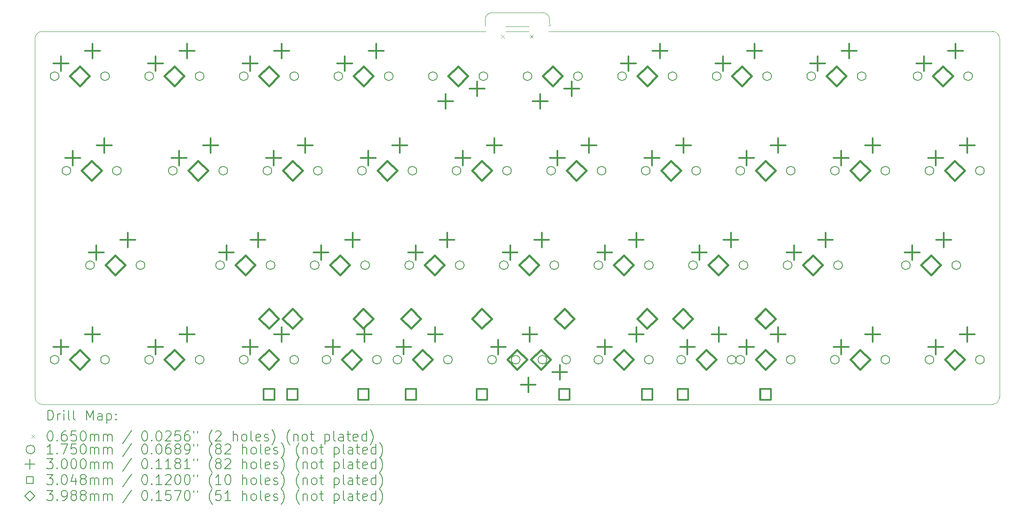
<source format=gbr>
%TF.GenerationSoftware,KiCad,Pcbnew,7.0.7*%
%TF.CreationDate,2023-10-14T12:40:23+02:00*%
%TF.ProjectId,qez,71657a2e-6b69-4636-9164-5f7063625858,rev?*%
%TF.SameCoordinates,Original*%
%TF.FileFunction,Drillmap*%
%TF.FilePolarity,Positive*%
%FSLAX45Y45*%
G04 Gerber Fmt 4.5, Leading zero omitted, Abs format (unit mm)*
G04 Created by KiCad (PCBNEW 7.0.7) date 2023-10-14 12:40:23*
%MOMM*%
%LPD*%
G01*
G04 APERTURE LIST*
%ADD10C,0.100000*%
%ADD11C,0.200000*%
%ADD12C,0.065000*%
%ADD13C,0.175000*%
%ADD14C,0.300000*%
%ADD15C,0.304800*%
%ADD16C,0.398780*%
G04 APERTURE END LIST*
D10*
X5845810Y-13138150D02*
G75*
G03*
X5991860Y-13284200I146050J0D01*
G01*
X25126950Y-13284200D02*
G75*
G03*
X25273000Y-13138150I0J146050D01*
G01*
X25273000Y-5910580D02*
G75*
G03*
X25126950Y-5764530I-146050J0D01*
G01*
X16209010Y-5530850D02*
G75*
G03*
X16062960Y-5384800I-146050J0D01*
G01*
X15055850Y-5384800D02*
G75*
G03*
X14909800Y-5530850I0J-146050D01*
G01*
X14923313Y-5764946D02*
X14709175Y-5764760D01*
X16190933Y-5763527D02*
X16409175Y-5764760D01*
X5991860Y-13284200D02*
X25126950Y-13284200D01*
X16190933Y-5663528D02*
G75*
G03*
X16210528Y-5648332I-1873J22648D01*
G01*
X25273000Y-13138150D02*
X25273000Y-5910580D01*
X15790943Y-5764314D02*
X15323302Y-5764160D01*
X5991860Y-5764530D02*
G75*
G03*
X5845810Y-5910580I0J-146050D01*
G01*
X14907061Y-5648128D02*
X14909800Y-5530850D01*
X25126950Y-5764530D02*
X16409175Y-5764760D01*
X16209175Y-5564760D02*
X16209010Y-5530850D01*
X16210528Y-5648332D02*
X16209175Y-5564760D01*
X14709175Y-5764760D02*
X5991860Y-5764530D01*
X16062960Y-5384800D02*
X15055850Y-5384800D01*
X15790943Y-5664314D02*
X15323302Y-5664160D01*
X14907061Y-5648128D02*
G75*
G03*
X14923872Y-5664939I16809J-2D01*
G01*
X5845810Y-5910580D02*
X5845810Y-13138150D01*
D11*
D12*
X15236000Y-5834550D02*
X15301000Y-5899550D01*
X15301000Y-5834550D02*
X15236000Y-5899550D01*
X15814000Y-5834550D02*
X15879000Y-5899550D01*
X15879000Y-5834550D02*
X15814000Y-5899550D01*
D13*
X6326375Y-6667500D02*
G75*
G03*
X6326375Y-6667500I-87500J0D01*
G01*
X6326375Y-12382500D02*
G75*
G03*
X6326375Y-12382500I-87500J0D01*
G01*
X6564500Y-8572500D02*
G75*
G03*
X6564500Y-8572500I-87500J0D01*
G01*
X7040750Y-10477500D02*
G75*
G03*
X7040750Y-10477500I-87500J0D01*
G01*
X7342375Y-6667500D02*
G75*
G03*
X7342375Y-6667500I-87500J0D01*
G01*
X7342375Y-12382500D02*
G75*
G03*
X7342375Y-12382500I-87500J0D01*
G01*
X7580500Y-8572500D02*
G75*
G03*
X7580500Y-8572500I-87500J0D01*
G01*
X8056750Y-10477500D02*
G75*
G03*
X8056750Y-10477500I-87500J0D01*
G01*
X8231375Y-6667500D02*
G75*
G03*
X8231375Y-6667500I-87500J0D01*
G01*
X8231375Y-12382500D02*
G75*
G03*
X8231375Y-12382500I-87500J0D01*
G01*
X8707625Y-8572500D02*
G75*
G03*
X8707625Y-8572500I-87500J0D01*
G01*
X9247375Y-6667500D02*
G75*
G03*
X9247375Y-6667500I-87500J0D01*
G01*
X9247375Y-12382500D02*
G75*
G03*
X9247375Y-12382500I-87500J0D01*
G01*
X9660125Y-10477500D02*
G75*
G03*
X9660125Y-10477500I-87500J0D01*
G01*
X9723625Y-8572500D02*
G75*
G03*
X9723625Y-8572500I-87500J0D01*
G01*
X10136375Y-6667500D02*
G75*
G03*
X10136375Y-6667500I-87500J0D01*
G01*
X10136375Y-12382500D02*
G75*
G03*
X10136375Y-12382500I-87500J0D01*
G01*
X10612625Y-8572500D02*
G75*
G03*
X10612625Y-8572500I-87500J0D01*
G01*
X10676125Y-10477500D02*
G75*
G03*
X10676125Y-10477500I-87500J0D01*
G01*
X11152375Y-6667500D02*
G75*
G03*
X11152375Y-6667500I-87500J0D01*
G01*
X11152375Y-12382500D02*
G75*
G03*
X11152375Y-12382500I-87500J0D01*
G01*
X11565125Y-10477500D02*
G75*
G03*
X11565125Y-10477500I-87500J0D01*
G01*
X11628625Y-8572500D02*
G75*
G03*
X11628625Y-8572500I-87500J0D01*
G01*
X11803250Y-12382500D02*
G75*
G03*
X11803250Y-12382500I-87500J0D01*
G01*
X12041375Y-6667500D02*
G75*
G03*
X12041375Y-6667500I-87500J0D01*
G01*
X12517625Y-8572500D02*
G75*
G03*
X12517625Y-8572500I-87500J0D01*
G01*
X12581125Y-10477500D02*
G75*
G03*
X12581125Y-10477500I-87500J0D01*
G01*
X12819250Y-12382500D02*
G75*
G03*
X12819250Y-12382500I-87500J0D01*
G01*
X13057375Y-6667500D02*
G75*
G03*
X13057375Y-6667500I-87500J0D01*
G01*
X13232000Y-12382500D02*
G75*
G03*
X13232000Y-12382500I-87500J0D01*
G01*
X13470125Y-10477500D02*
G75*
G03*
X13470125Y-10477500I-87500J0D01*
G01*
X13533625Y-8572500D02*
G75*
G03*
X13533625Y-8572500I-87500J0D01*
G01*
X13946375Y-6667500D02*
G75*
G03*
X13946375Y-6667500I-87500J0D01*
G01*
X14248000Y-12382500D02*
G75*
G03*
X14248000Y-12382500I-87500J0D01*
G01*
X14422625Y-8572500D02*
G75*
G03*
X14422625Y-8572500I-87500J0D01*
G01*
X14486125Y-10477500D02*
G75*
G03*
X14486125Y-10477500I-87500J0D01*
G01*
X14962375Y-6667500D02*
G75*
G03*
X14962375Y-6667500I-87500J0D01*
G01*
X15137000Y-12382500D02*
G75*
G03*
X15137000Y-12382500I-87500J0D01*
G01*
X15375125Y-10477500D02*
G75*
G03*
X15375125Y-10477500I-87500J0D01*
G01*
X15438625Y-8572500D02*
G75*
G03*
X15438625Y-8572500I-87500J0D01*
G01*
X15613250Y-12382500D02*
G75*
G03*
X15613250Y-12382500I-87500J0D01*
G01*
X15851375Y-6667500D02*
G75*
G03*
X15851375Y-6667500I-87500J0D01*
G01*
X16153000Y-12382500D02*
G75*
G03*
X16153000Y-12382500I-87500J0D01*
G01*
X16327625Y-8572500D02*
G75*
G03*
X16327625Y-8572500I-87500J0D01*
G01*
X16391125Y-10477500D02*
G75*
G03*
X16391125Y-10477500I-87500J0D01*
G01*
X16629250Y-12382500D02*
G75*
G03*
X16629250Y-12382500I-87500J0D01*
G01*
X16867375Y-6667500D02*
G75*
G03*
X16867375Y-6667500I-87500J0D01*
G01*
X17280125Y-10477500D02*
G75*
G03*
X17280125Y-10477500I-87500J0D01*
G01*
X17280125Y-12382500D02*
G75*
G03*
X17280125Y-12382500I-87500J0D01*
G01*
X17343625Y-8572500D02*
G75*
G03*
X17343625Y-8572500I-87500J0D01*
G01*
X17756375Y-6667500D02*
G75*
G03*
X17756375Y-6667500I-87500J0D01*
G01*
X18232625Y-8572500D02*
G75*
G03*
X18232625Y-8572500I-87500J0D01*
G01*
X18296125Y-10477500D02*
G75*
G03*
X18296125Y-10477500I-87500J0D01*
G01*
X18296125Y-12382500D02*
G75*
G03*
X18296125Y-12382500I-87500J0D01*
G01*
X18772375Y-6667500D02*
G75*
G03*
X18772375Y-6667500I-87500J0D01*
G01*
X18947000Y-12382500D02*
G75*
G03*
X18947000Y-12382500I-87500J0D01*
G01*
X19185125Y-10477500D02*
G75*
G03*
X19185125Y-10477500I-87500J0D01*
G01*
X19248625Y-8572500D02*
G75*
G03*
X19248625Y-8572500I-87500J0D01*
G01*
X19661375Y-6667500D02*
G75*
G03*
X19661375Y-6667500I-87500J0D01*
G01*
X19963000Y-12382500D02*
G75*
G03*
X19963000Y-12382500I-87500J0D01*
G01*
X20137625Y-8572500D02*
G75*
G03*
X20137625Y-8572500I-87500J0D01*
G01*
X20137625Y-12382500D02*
G75*
G03*
X20137625Y-12382500I-87500J0D01*
G01*
X20201125Y-10477500D02*
G75*
G03*
X20201125Y-10477500I-87500J0D01*
G01*
X20677375Y-6667500D02*
G75*
G03*
X20677375Y-6667500I-87500J0D01*
G01*
X21090125Y-10477500D02*
G75*
G03*
X21090125Y-10477500I-87500J0D01*
G01*
X21153625Y-8572500D02*
G75*
G03*
X21153625Y-8572500I-87500J0D01*
G01*
X21153625Y-12382500D02*
G75*
G03*
X21153625Y-12382500I-87500J0D01*
G01*
X21566375Y-6667500D02*
G75*
G03*
X21566375Y-6667500I-87500J0D01*
G01*
X22042625Y-8572500D02*
G75*
G03*
X22042625Y-8572500I-87500J0D01*
G01*
X22042625Y-12382500D02*
G75*
G03*
X22042625Y-12382500I-87500J0D01*
G01*
X22106125Y-10477500D02*
G75*
G03*
X22106125Y-10477500I-87500J0D01*
G01*
X22582375Y-6667500D02*
G75*
G03*
X22582375Y-6667500I-87500J0D01*
G01*
X23058625Y-8572500D02*
G75*
G03*
X23058625Y-8572500I-87500J0D01*
G01*
X23058625Y-12382500D02*
G75*
G03*
X23058625Y-12382500I-87500J0D01*
G01*
X23471375Y-10477500D02*
G75*
G03*
X23471375Y-10477500I-87500J0D01*
G01*
X23709500Y-6667500D02*
G75*
G03*
X23709500Y-6667500I-87500J0D01*
G01*
X23947625Y-8572500D02*
G75*
G03*
X23947625Y-8572500I-87500J0D01*
G01*
X23947625Y-12382500D02*
G75*
G03*
X23947625Y-12382500I-87500J0D01*
G01*
X24487375Y-10477500D02*
G75*
G03*
X24487375Y-10477500I-87500J0D01*
G01*
X24725500Y-6667500D02*
G75*
G03*
X24725500Y-6667500I-87500J0D01*
G01*
X24963625Y-8572500D02*
G75*
G03*
X24963625Y-8572500I-87500J0D01*
G01*
X24963625Y-12382500D02*
G75*
G03*
X24963625Y-12382500I-87500J0D01*
G01*
D14*
X6365875Y-6263500D02*
X6365875Y-6563500D01*
X6215875Y-6413500D02*
X6515875Y-6413500D01*
X6365875Y-11978500D02*
X6365875Y-12278500D01*
X6215875Y-12128500D02*
X6515875Y-12128500D01*
X6604000Y-8168500D02*
X6604000Y-8468500D01*
X6454000Y-8318500D02*
X6754000Y-8318500D01*
X7000875Y-6009500D02*
X7000875Y-6309500D01*
X6850875Y-6159500D02*
X7150875Y-6159500D01*
X7000875Y-11724500D02*
X7000875Y-12024500D01*
X6850875Y-11874500D02*
X7150875Y-11874500D01*
X7080250Y-10073500D02*
X7080250Y-10373500D01*
X6930250Y-10223500D02*
X7230250Y-10223500D01*
X7239000Y-7914500D02*
X7239000Y-8214500D01*
X7089000Y-8064500D02*
X7389000Y-8064500D01*
X7715250Y-9819500D02*
X7715250Y-10119500D01*
X7565250Y-9969500D02*
X7865250Y-9969500D01*
X8270875Y-6263500D02*
X8270875Y-6563500D01*
X8120875Y-6413500D02*
X8420875Y-6413500D01*
X8270875Y-11978500D02*
X8270875Y-12278500D01*
X8120875Y-12128500D02*
X8420875Y-12128500D01*
X8747125Y-8168500D02*
X8747125Y-8468500D01*
X8597125Y-8318500D02*
X8897125Y-8318500D01*
X8905875Y-6009500D02*
X8905875Y-6309500D01*
X8755875Y-6159500D02*
X9055875Y-6159500D01*
X8905875Y-11724500D02*
X8905875Y-12024500D01*
X8755875Y-11874500D02*
X9055875Y-11874500D01*
X9382125Y-7914500D02*
X9382125Y-8214500D01*
X9232125Y-8064500D02*
X9532125Y-8064500D01*
X9699625Y-10073500D02*
X9699625Y-10373500D01*
X9549625Y-10223500D02*
X9849625Y-10223500D01*
X10175875Y-6263500D02*
X10175875Y-6563500D01*
X10025875Y-6413500D02*
X10325875Y-6413500D01*
X10175875Y-11978500D02*
X10175875Y-12278500D01*
X10025875Y-12128500D02*
X10325875Y-12128500D01*
X10334625Y-9819500D02*
X10334625Y-10119500D01*
X10184625Y-9969500D02*
X10484625Y-9969500D01*
X10652125Y-8168500D02*
X10652125Y-8468500D01*
X10502125Y-8318500D02*
X10802125Y-8318500D01*
X10810875Y-6009500D02*
X10810875Y-6309500D01*
X10660875Y-6159500D02*
X10960875Y-6159500D01*
X10810875Y-11724500D02*
X10810875Y-12024500D01*
X10660875Y-11874500D02*
X10960875Y-11874500D01*
X11287125Y-7914500D02*
X11287125Y-8214500D01*
X11137125Y-8064500D02*
X11437125Y-8064500D01*
X11604625Y-10073500D02*
X11604625Y-10373500D01*
X11454625Y-10223500D02*
X11754625Y-10223500D01*
X11842750Y-11978500D02*
X11842750Y-12278500D01*
X11692750Y-12128500D02*
X11992750Y-12128500D01*
X12080875Y-6263500D02*
X12080875Y-6563500D01*
X11930875Y-6413500D02*
X12230875Y-6413500D01*
X12239625Y-9819500D02*
X12239625Y-10119500D01*
X12089625Y-9969500D02*
X12389625Y-9969500D01*
X12477750Y-11724500D02*
X12477750Y-12024500D01*
X12327750Y-11874500D02*
X12627750Y-11874500D01*
X12557125Y-8168500D02*
X12557125Y-8468500D01*
X12407125Y-8318500D02*
X12707125Y-8318500D01*
X12715875Y-6009500D02*
X12715875Y-6309500D01*
X12565875Y-6159500D02*
X12865875Y-6159500D01*
X13192125Y-7914500D02*
X13192125Y-8214500D01*
X13042125Y-8064500D02*
X13342125Y-8064500D01*
X13271500Y-11978500D02*
X13271500Y-12278500D01*
X13121500Y-12128500D02*
X13421500Y-12128500D01*
X13509625Y-10073500D02*
X13509625Y-10373500D01*
X13359625Y-10223500D02*
X13659625Y-10223500D01*
X13906500Y-11724500D02*
X13906500Y-12024500D01*
X13756500Y-11874500D02*
X14056500Y-11874500D01*
X14112875Y-7025500D02*
X14112875Y-7325500D01*
X13962875Y-7175500D02*
X14262875Y-7175500D01*
X14144625Y-9819500D02*
X14144625Y-10119500D01*
X13994625Y-9969500D02*
X14294625Y-9969500D01*
X14462125Y-8168500D02*
X14462125Y-8468500D01*
X14312125Y-8318500D02*
X14612125Y-8318500D01*
X14747875Y-6771500D02*
X14747875Y-7071500D01*
X14597875Y-6921500D02*
X14897875Y-6921500D01*
X15097125Y-7914500D02*
X15097125Y-8214500D01*
X14947125Y-8064500D02*
X15247125Y-8064500D01*
X15176500Y-11978500D02*
X15176500Y-12278500D01*
X15026500Y-12128500D02*
X15326500Y-12128500D01*
X15414625Y-10073500D02*
X15414625Y-10373500D01*
X15264625Y-10223500D02*
X15564625Y-10223500D01*
X15779750Y-12740500D02*
X15779750Y-13040500D01*
X15629750Y-12890500D02*
X15929750Y-12890500D01*
X15811500Y-11724500D02*
X15811500Y-12024500D01*
X15661500Y-11874500D02*
X15961500Y-11874500D01*
X16017875Y-7025500D02*
X16017875Y-7325500D01*
X15867875Y-7175500D02*
X16167875Y-7175500D01*
X16049625Y-9819500D02*
X16049625Y-10119500D01*
X15899625Y-9969500D02*
X16199625Y-9969500D01*
X16367125Y-8168500D02*
X16367125Y-8468500D01*
X16217125Y-8318500D02*
X16517125Y-8318500D01*
X16414750Y-12486500D02*
X16414750Y-12786500D01*
X16264750Y-12636500D02*
X16564750Y-12636500D01*
X16652875Y-6771500D02*
X16652875Y-7071500D01*
X16502875Y-6921500D02*
X16802875Y-6921500D01*
X17002125Y-7914500D02*
X17002125Y-8214500D01*
X16852125Y-8064500D02*
X17152125Y-8064500D01*
X17319625Y-10073500D02*
X17319625Y-10373500D01*
X17169625Y-10223500D02*
X17469625Y-10223500D01*
X17319625Y-11978500D02*
X17319625Y-12278500D01*
X17169625Y-12128500D02*
X17469625Y-12128500D01*
X17795875Y-6263500D02*
X17795875Y-6563500D01*
X17645875Y-6413500D02*
X17945875Y-6413500D01*
X17954625Y-9819500D02*
X17954625Y-10119500D01*
X17804625Y-9969500D02*
X18104625Y-9969500D01*
X17954625Y-11724500D02*
X17954625Y-12024500D01*
X17804625Y-11874500D02*
X18104625Y-11874500D01*
X18272125Y-8168500D02*
X18272125Y-8468500D01*
X18122125Y-8318500D02*
X18422125Y-8318500D01*
X18430875Y-6009500D02*
X18430875Y-6309500D01*
X18280875Y-6159500D02*
X18580875Y-6159500D01*
X18907125Y-7914500D02*
X18907125Y-8214500D01*
X18757125Y-8064500D02*
X19057125Y-8064500D01*
X18986500Y-11978500D02*
X18986500Y-12278500D01*
X18836500Y-12128500D02*
X19136500Y-12128500D01*
X19224625Y-10073500D02*
X19224625Y-10373500D01*
X19074625Y-10223500D02*
X19374625Y-10223500D01*
X19621500Y-11724500D02*
X19621500Y-12024500D01*
X19471500Y-11874500D02*
X19771500Y-11874500D01*
X19700875Y-6263500D02*
X19700875Y-6563500D01*
X19550875Y-6413500D02*
X19850875Y-6413500D01*
X19859625Y-9819500D02*
X19859625Y-10119500D01*
X19709625Y-9969500D02*
X20009625Y-9969500D01*
X20177125Y-8168500D02*
X20177125Y-8468500D01*
X20027125Y-8318500D02*
X20327125Y-8318500D01*
X20177125Y-11978500D02*
X20177125Y-12278500D01*
X20027125Y-12128500D02*
X20327125Y-12128500D01*
X20335875Y-6009500D02*
X20335875Y-6309500D01*
X20185875Y-6159500D02*
X20485875Y-6159500D01*
X20812125Y-7914500D02*
X20812125Y-8214500D01*
X20662125Y-8064500D02*
X20962125Y-8064500D01*
X20812125Y-11724500D02*
X20812125Y-12024500D01*
X20662125Y-11874500D02*
X20962125Y-11874500D01*
X21129625Y-10073500D02*
X21129625Y-10373500D01*
X20979625Y-10223500D02*
X21279625Y-10223500D01*
X21605875Y-6263500D02*
X21605875Y-6563500D01*
X21455875Y-6413500D02*
X21755875Y-6413500D01*
X21764625Y-9819500D02*
X21764625Y-10119500D01*
X21614625Y-9969500D02*
X21914625Y-9969500D01*
X22082125Y-8168500D02*
X22082125Y-8468500D01*
X21932125Y-8318500D02*
X22232125Y-8318500D01*
X22082125Y-11978500D02*
X22082125Y-12278500D01*
X21932125Y-12128500D02*
X22232125Y-12128500D01*
X22240875Y-6009500D02*
X22240875Y-6309500D01*
X22090875Y-6159500D02*
X22390875Y-6159500D01*
X22717125Y-7914500D02*
X22717125Y-8214500D01*
X22567125Y-8064500D02*
X22867125Y-8064500D01*
X22717125Y-11724500D02*
X22717125Y-12024500D01*
X22567125Y-11874500D02*
X22867125Y-11874500D01*
X23510875Y-10073500D02*
X23510875Y-10373500D01*
X23360875Y-10223500D02*
X23660875Y-10223500D01*
X23749000Y-6263500D02*
X23749000Y-6563500D01*
X23599000Y-6413500D02*
X23899000Y-6413500D01*
X23987125Y-8168500D02*
X23987125Y-8468500D01*
X23837125Y-8318500D02*
X24137125Y-8318500D01*
X23987125Y-11978500D02*
X23987125Y-12278500D01*
X23837125Y-12128500D02*
X24137125Y-12128500D01*
X24145875Y-9819500D02*
X24145875Y-10119500D01*
X23995875Y-9969500D02*
X24295875Y-9969500D01*
X24384000Y-6009500D02*
X24384000Y-6309500D01*
X24234000Y-6159500D02*
X24534000Y-6159500D01*
X24622125Y-7914500D02*
X24622125Y-8214500D01*
X24472125Y-8064500D02*
X24772125Y-8064500D01*
X24622125Y-11724500D02*
X24622125Y-12024500D01*
X24472125Y-11874500D02*
X24772125Y-11874500D01*
D15*
X10665274Y-13188764D02*
X10665274Y-12973236D01*
X10449746Y-12973236D01*
X10449746Y-13188764D01*
X10665274Y-13188764D01*
X11137714Y-13188764D02*
X11137714Y-12973236D01*
X10922186Y-12973236D01*
X10922186Y-13188764D01*
X11137714Y-13188764D01*
X12566464Y-13188764D02*
X12566464Y-12973236D01*
X12350936Y-12973236D01*
X12350936Y-13188764D01*
X12566464Y-13188764D01*
X13525314Y-13188764D02*
X13525314Y-12973236D01*
X13309786Y-12973236D01*
X13309786Y-13188764D01*
X13525314Y-13188764D01*
X14954064Y-13188764D02*
X14954064Y-12973236D01*
X14738536Y-12973236D01*
X14738536Y-13188764D01*
X14954064Y-13188764D01*
X16614589Y-13188764D02*
X16614589Y-12973236D01*
X16399061Y-12973236D01*
X16399061Y-13188764D01*
X16614589Y-13188764D01*
X18281464Y-13188764D02*
X18281464Y-12973236D01*
X18065936Y-12973236D01*
X18065936Y-13188764D01*
X18281464Y-13188764D01*
X19002189Y-13188764D02*
X19002189Y-12973236D01*
X18786661Y-12973236D01*
X18786661Y-13188764D01*
X19002189Y-13188764D01*
X20665254Y-13188764D02*
X20665254Y-12973236D01*
X20449726Y-12973236D01*
X20449726Y-13188764D01*
X20665254Y-13188764D01*
X20669064Y-13188764D02*
X20669064Y-12973236D01*
X20453536Y-12973236D01*
X20453536Y-13188764D01*
X20669064Y-13188764D01*
D16*
X6746875Y-6866890D02*
X6946265Y-6667500D01*
X6746875Y-6468110D01*
X6547485Y-6667500D01*
X6746875Y-6866890D01*
X6746875Y-12581890D02*
X6946265Y-12382500D01*
X6746875Y-12183110D01*
X6547485Y-12382500D01*
X6746875Y-12581890D01*
X6985000Y-8771890D02*
X7184390Y-8572500D01*
X6985000Y-8373110D01*
X6785610Y-8572500D01*
X6985000Y-8771890D01*
X7461250Y-10676890D02*
X7660640Y-10477500D01*
X7461250Y-10278110D01*
X7261860Y-10477500D01*
X7461250Y-10676890D01*
X8651875Y-6866890D02*
X8851265Y-6667500D01*
X8651875Y-6468110D01*
X8452485Y-6667500D01*
X8651875Y-6866890D01*
X8651875Y-12581890D02*
X8851265Y-12382500D01*
X8651875Y-12183110D01*
X8452485Y-12382500D01*
X8651875Y-12581890D01*
X9128125Y-8771890D02*
X9327515Y-8572500D01*
X9128125Y-8373110D01*
X8928735Y-8572500D01*
X9128125Y-8771890D01*
X10080625Y-10676890D02*
X10280015Y-10477500D01*
X10080625Y-10278110D01*
X9881235Y-10477500D01*
X10080625Y-10676890D01*
X10556875Y-6866890D02*
X10756265Y-6667500D01*
X10556875Y-6468110D01*
X10357485Y-6667500D01*
X10556875Y-6866890D01*
X10556875Y-12581890D02*
X10756265Y-12382500D01*
X10556875Y-12183110D01*
X10357485Y-12382500D01*
X10556875Y-12581890D01*
X10557510Y-11756390D02*
X10756900Y-11557000D01*
X10557510Y-11357610D01*
X10358120Y-11557000D01*
X10557510Y-11756390D01*
X11029950Y-11756390D02*
X11229340Y-11557000D01*
X11029950Y-11357610D01*
X10830560Y-11557000D01*
X11029950Y-11756390D01*
X11033125Y-8771890D02*
X11232515Y-8572500D01*
X11033125Y-8373110D01*
X10833735Y-8572500D01*
X11033125Y-8771890D01*
X11985625Y-10676890D02*
X12185015Y-10477500D01*
X11985625Y-10278110D01*
X11786235Y-10477500D01*
X11985625Y-10676890D01*
X12223750Y-12581890D02*
X12423140Y-12382500D01*
X12223750Y-12183110D01*
X12024360Y-12382500D01*
X12223750Y-12581890D01*
X12458700Y-11756390D02*
X12658090Y-11557000D01*
X12458700Y-11357610D01*
X12259310Y-11557000D01*
X12458700Y-11756390D01*
X12461875Y-6866890D02*
X12661265Y-6667500D01*
X12461875Y-6468110D01*
X12262485Y-6667500D01*
X12461875Y-6866890D01*
X12938125Y-8771890D02*
X13137515Y-8572500D01*
X12938125Y-8373110D01*
X12738735Y-8572500D01*
X12938125Y-8771890D01*
X13417550Y-11756390D02*
X13616940Y-11557000D01*
X13417550Y-11357610D01*
X13218160Y-11557000D01*
X13417550Y-11756390D01*
X13652500Y-12581890D02*
X13851890Y-12382500D01*
X13652500Y-12183110D01*
X13453110Y-12382500D01*
X13652500Y-12581890D01*
X13890625Y-10676890D02*
X14090015Y-10477500D01*
X13890625Y-10278110D01*
X13691235Y-10477500D01*
X13890625Y-10676890D01*
X14366875Y-6866890D02*
X14566265Y-6667500D01*
X14366875Y-6468110D01*
X14167485Y-6667500D01*
X14366875Y-6866890D01*
X14843125Y-8771890D02*
X15042515Y-8572500D01*
X14843125Y-8373110D01*
X14643735Y-8572500D01*
X14843125Y-8771890D01*
X14846300Y-11756390D02*
X15045690Y-11557000D01*
X14846300Y-11357610D01*
X14646910Y-11557000D01*
X14846300Y-11756390D01*
X15557500Y-12581890D02*
X15756890Y-12382500D01*
X15557500Y-12183110D01*
X15358110Y-12382500D01*
X15557500Y-12581890D01*
X15795625Y-10676890D02*
X15995015Y-10477500D01*
X15795625Y-10278110D01*
X15596235Y-10477500D01*
X15795625Y-10676890D01*
X16033750Y-12581890D02*
X16233140Y-12382500D01*
X16033750Y-12183110D01*
X15834360Y-12382500D01*
X16033750Y-12581890D01*
X16271875Y-6866890D02*
X16471265Y-6667500D01*
X16271875Y-6468110D01*
X16072485Y-6667500D01*
X16271875Y-6866890D01*
X16506825Y-11756390D02*
X16706215Y-11557000D01*
X16506825Y-11357610D01*
X16307435Y-11557000D01*
X16506825Y-11756390D01*
X16748125Y-8771890D02*
X16947515Y-8572500D01*
X16748125Y-8373110D01*
X16548735Y-8572500D01*
X16748125Y-8771890D01*
X17700625Y-10676890D02*
X17900015Y-10477500D01*
X17700625Y-10278110D01*
X17501235Y-10477500D01*
X17700625Y-10676890D01*
X17700625Y-12581890D02*
X17900015Y-12382500D01*
X17700625Y-12183110D01*
X17501235Y-12382500D01*
X17700625Y-12581890D01*
X18173700Y-11756390D02*
X18373090Y-11557000D01*
X18173700Y-11357610D01*
X17974310Y-11557000D01*
X18173700Y-11756390D01*
X18176875Y-6866890D02*
X18376265Y-6667500D01*
X18176875Y-6468110D01*
X17977485Y-6667500D01*
X18176875Y-6866890D01*
X18653125Y-8771890D02*
X18852515Y-8572500D01*
X18653125Y-8373110D01*
X18453735Y-8572500D01*
X18653125Y-8771890D01*
X18894425Y-11756390D02*
X19093815Y-11557000D01*
X18894425Y-11357610D01*
X18695035Y-11557000D01*
X18894425Y-11756390D01*
X19367500Y-12581890D02*
X19566890Y-12382500D01*
X19367500Y-12183110D01*
X19168110Y-12382500D01*
X19367500Y-12581890D01*
X19605625Y-10676890D02*
X19805015Y-10477500D01*
X19605625Y-10278110D01*
X19406235Y-10477500D01*
X19605625Y-10676890D01*
X20081875Y-6866890D02*
X20281265Y-6667500D01*
X20081875Y-6468110D01*
X19882485Y-6667500D01*
X20081875Y-6866890D01*
X20557490Y-11756390D02*
X20756880Y-11557000D01*
X20557490Y-11357610D01*
X20358100Y-11557000D01*
X20557490Y-11756390D01*
X20558125Y-8771890D02*
X20757515Y-8572500D01*
X20558125Y-8373110D01*
X20358735Y-8572500D01*
X20558125Y-8771890D01*
X20558125Y-12581890D02*
X20757515Y-12382500D01*
X20558125Y-12183110D01*
X20358735Y-12382500D01*
X20558125Y-12581890D01*
X20561300Y-11756390D02*
X20760690Y-11557000D01*
X20561300Y-11357610D01*
X20361910Y-11557000D01*
X20561300Y-11756390D01*
X21510625Y-10676890D02*
X21710015Y-10477500D01*
X21510625Y-10278110D01*
X21311235Y-10477500D01*
X21510625Y-10676890D01*
X21986875Y-6866890D02*
X22186265Y-6667500D01*
X21986875Y-6468110D01*
X21787485Y-6667500D01*
X21986875Y-6866890D01*
X22463125Y-8771890D02*
X22662515Y-8572500D01*
X22463125Y-8373110D01*
X22263735Y-8572500D01*
X22463125Y-8771890D01*
X22463125Y-12581890D02*
X22662515Y-12382500D01*
X22463125Y-12183110D01*
X22263735Y-12382500D01*
X22463125Y-12581890D01*
X23891875Y-10676890D02*
X24091265Y-10477500D01*
X23891875Y-10278110D01*
X23692485Y-10477500D01*
X23891875Y-10676890D01*
X24130000Y-6866890D02*
X24329390Y-6667500D01*
X24130000Y-6468110D01*
X23930610Y-6667500D01*
X24130000Y-6866890D01*
X24368125Y-8771890D02*
X24567515Y-8572500D01*
X24368125Y-8373110D01*
X24168735Y-8572500D01*
X24368125Y-8771890D01*
X24368125Y-12581890D02*
X24567515Y-12382500D01*
X24368125Y-12183110D01*
X24168735Y-12382500D01*
X24368125Y-12581890D01*
D11*
X6101587Y-13600684D02*
X6101587Y-13400684D01*
X6101587Y-13400684D02*
X6149206Y-13400684D01*
X6149206Y-13400684D02*
X6177777Y-13410208D01*
X6177777Y-13410208D02*
X6196825Y-13429255D01*
X6196825Y-13429255D02*
X6206349Y-13448303D01*
X6206349Y-13448303D02*
X6215872Y-13486398D01*
X6215872Y-13486398D02*
X6215872Y-13514970D01*
X6215872Y-13514970D02*
X6206349Y-13553065D01*
X6206349Y-13553065D02*
X6196825Y-13572112D01*
X6196825Y-13572112D02*
X6177777Y-13591160D01*
X6177777Y-13591160D02*
X6149206Y-13600684D01*
X6149206Y-13600684D02*
X6101587Y-13600684D01*
X6301587Y-13600684D02*
X6301587Y-13467350D01*
X6301587Y-13505446D02*
X6311111Y-13486398D01*
X6311111Y-13486398D02*
X6320634Y-13476874D01*
X6320634Y-13476874D02*
X6339682Y-13467350D01*
X6339682Y-13467350D02*
X6358730Y-13467350D01*
X6425396Y-13600684D02*
X6425396Y-13467350D01*
X6425396Y-13400684D02*
X6415872Y-13410208D01*
X6415872Y-13410208D02*
X6425396Y-13419731D01*
X6425396Y-13419731D02*
X6434920Y-13410208D01*
X6434920Y-13410208D02*
X6425396Y-13400684D01*
X6425396Y-13400684D02*
X6425396Y-13419731D01*
X6549206Y-13600684D02*
X6530158Y-13591160D01*
X6530158Y-13591160D02*
X6520634Y-13572112D01*
X6520634Y-13572112D02*
X6520634Y-13400684D01*
X6653968Y-13600684D02*
X6634920Y-13591160D01*
X6634920Y-13591160D02*
X6625396Y-13572112D01*
X6625396Y-13572112D02*
X6625396Y-13400684D01*
X6882539Y-13600684D02*
X6882539Y-13400684D01*
X6882539Y-13400684D02*
X6949206Y-13543541D01*
X6949206Y-13543541D02*
X7015872Y-13400684D01*
X7015872Y-13400684D02*
X7015872Y-13600684D01*
X7196825Y-13600684D02*
X7196825Y-13495922D01*
X7196825Y-13495922D02*
X7187301Y-13476874D01*
X7187301Y-13476874D02*
X7168253Y-13467350D01*
X7168253Y-13467350D02*
X7130158Y-13467350D01*
X7130158Y-13467350D02*
X7111111Y-13476874D01*
X7196825Y-13591160D02*
X7177777Y-13600684D01*
X7177777Y-13600684D02*
X7130158Y-13600684D01*
X7130158Y-13600684D02*
X7111111Y-13591160D01*
X7111111Y-13591160D02*
X7101587Y-13572112D01*
X7101587Y-13572112D02*
X7101587Y-13553065D01*
X7101587Y-13553065D02*
X7111111Y-13534017D01*
X7111111Y-13534017D02*
X7130158Y-13524493D01*
X7130158Y-13524493D02*
X7177777Y-13524493D01*
X7177777Y-13524493D02*
X7196825Y-13514970D01*
X7292063Y-13467350D02*
X7292063Y-13667350D01*
X7292063Y-13476874D02*
X7311111Y-13467350D01*
X7311111Y-13467350D02*
X7349206Y-13467350D01*
X7349206Y-13467350D02*
X7368253Y-13476874D01*
X7368253Y-13476874D02*
X7377777Y-13486398D01*
X7377777Y-13486398D02*
X7387301Y-13505446D01*
X7387301Y-13505446D02*
X7387301Y-13562589D01*
X7387301Y-13562589D02*
X7377777Y-13581636D01*
X7377777Y-13581636D02*
X7368253Y-13591160D01*
X7368253Y-13591160D02*
X7349206Y-13600684D01*
X7349206Y-13600684D02*
X7311111Y-13600684D01*
X7311111Y-13600684D02*
X7292063Y-13591160D01*
X7473015Y-13581636D02*
X7482539Y-13591160D01*
X7482539Y-13591160D02*
X7473015Y-13600684D01*
X7473015Y-13600684D02*
X7463492Y-13591160D01*
X7463492Y-13591160D02*
X7473015Y-13581636D01*
X7473015Y-13581636D02*
X7473015Y-13600684D01*
X7473015Y-13476874D02*
X7482539Y-13486398D01*
X7482539Y-13486398D02*
X7473015Y-13495922D01*
X7473015Y-13495922D02*
X7463492Y-13486398D01*
X7463492Y-13486398D02*
X7473015Y-13476874D01*
X7473015Y-13476874D02*
X7473015Y-13495922D01*
D12*
X5775810Y-13896700D02*
X5840810Y-13961700D01*
X5840810Y-13896700D02*
X5775810Y-13961700D01*
D11*
X6139682Y-13820684D02*
X6158730Y-13820684D01*
X6158730Y-13820684D02*
X6177777Y-13830208D01*
X6177777Y-13830208D02*
X6187301Y-13839731D01*
X6187301Y-13839731D02*
X6196825Y-13858779D01*
X6196825Y-13858779D02*
X6206349Y-13896874D01*
X6206349Y-13896874D02*
X6206349Y-13944493D01*
X6206349Y-13944493D02*
X6196825Y-13982589D01*
X6196825Y-13982589D02*
X6187301Y-14001636D01*
X6187301Y-14001636D02*
X6177777Y-14011160D01*
X6177777Y-14011160D02*
X6158730Y-14020684D01*
X6158730Y-14020684D02*
X6139682Y-14020684D01*
X6139682Y-14020684D02*
X6120634Y-14011160D01*
X6120634Y-14011160D02*
X6111111Y-14001636D01*
X6111111Y-14001636D02*
X6101587Y-13982589D01*
X6101587Y-13982589D02*
X6092063Y-13944493D01*
X6092063Y-13944493D02*
X6092063Y-13896874D01*
X6092063Y-13896874D02*
X6101587Y-13858779D01*
X6101587Y-13858779D02*
X6111111Y-13839731D01*
X6111111Y-13839731D02*
X6120634Y-13830208D01*
X6120634Y-13830208D02*
X6139682Y-13820684D01*
X6292063Y-14001636D02*
X6301587Y-14011160D01*
X6301587Y-14011160D02*
X6292063Y-14020684D01*
X6292063Y-14020684D02*
X6282539Y-14011160D01*
X6282539Y-14011160D02*
X6292063Y-14001636D01*
X6292063Y-14001636D02*
X6292063Y-14020684D01*
X6473015Y-13820684D02*
X6434920Y-13820684D01*
X6434920Y-13820684D02*
X6415872Y-13830208D01*
X6415872Y-13830208D02*
X6406349Y-13839731D01*
X6406349Y-13839731D02*
X6387301Y-13868303D01*
X6387301Y-13868303D02*
X6377777Y-13906398D01*
X6377777Y-13906398D02*
X6377777Y-13982589D01*
X6377777Y-13982589D02*
X6387301Y-14001636D01*
X6387301Y-14001636D02*
X6396825Y-14011160D01*
X6396825Y-14011160D02*
X6415872Y-14020684D01*
X6415872Y-14020684D02*
X6453968Y-14020684D01*
X6453968Y-14020684D02*
X6473015Y-14011160D01*
X6473015Y-14011160D02*
X6482539Y-14001636D01*
X6482539Y-14001636D02*
X6492063Y-13982589D01*
X6492063Y-13982589D02*
X6492063Y-13934970D01*
X6492063Y-13934970D02*
X6482539Y-13915922D01*
X6482539Y-13915922D02*
X6473015Y-13906398D01*
X6473015Y-13906398D02*
X6453968Y-13896874D01*
X6453968Y-13896874D02*
X6415872Y-13896874D01*
X6415872Y-13896874D02*
X6396825Y-13906398D01*
X6396825Y-13906398D02*
X6387301Y-13915922D01*
X6387301Y-13915922D02*
X6377777Y-13934970D01*
X6673015Y-13820684D02*
X6577777Y-13820684D01*
X6577777Y-13820684D02*
X6568253Y-13915922D01*
X6568253Y-13915922D02*
X6577777Y-13906398D01*
X6577777Y-13906398D02*
X6596825Y-13896874D01*
X6596825Y-13896874D02*
X6644444Y-13896874D01*
X6644444Y-13896874D02*
X6663492Y-13906398D01*
X6663492Y-13906398D02*
X6673015Y-13915922D01*
X6673015Y-13915922D02*
X6682539Y-13934970D01*
X6682539Y-13934970D02*
X6682539Y-13982589D01*
X6682539Y-13982589D02*
X6673015Y-14001636D01*
X6673015Y-14001636D02*
X6663492Y-14011160D01*
X6663492Y-14011160D02*
X6644444Y-14020684D01*
X6644444Y-14020684D02*
X6596825Y-14020684D01*
X6596825Y-14020684D02*
X6577777Y-14011160D01*
X6577777Y-14011160D02*
X6568253Y-14001636D01*
X6806349Y-13820684D02*
X6825396Y-13820684D01*
X6825396Y-13820684D02*
X6844444Y-13830208D01*
X6844444Y-13830208D02*
X6853968Y-13839731D01*
X6853968Y-13839731D02*
X6863492Y-13858779D01*
X6863492Y-13858779D02*
X6873015Y-13896874D01*
X6873015Y-13896874D02*
X6873015Y-13944493D01*
X6873015Y-13944493D02*
X6863492Y-13982589D01*
X6863492Y-13982589D02*
X6853968Y-14001636D01*
X6853968Y-14001636D02*
X6844444Y-14011160D01*
X6844444Y-14011160D02*
X6825396Y-14020684D01*
X6825396Y-14020684D02*
X6806349Y-14020684D01*
X6806349Y-14020684D02*
X6787301Y-14011160D01*
X6787301Y-14011160D02*
X6777777Y-14001636D01*
X6777777Y-14001636D02*
X6768253Y-13982589D01*
X6768253Y-13982589D02*
X6758730Y-13944493D01*
X6758730Y-13944493D02*
X6758730Y-13896874D01*
X6758730Y-13896874D02*
X6768253Y-13858779D01*
X6768253Y-13858779D02*
X6777777Y-13839731D01*
X6777777Y-13839731D02*
X6787301Y-13830208D01*
X6787301Y-13830208D02*
X6806349Y-13820684D01*
X6958730Y-14020684D02*
X6958730Y-13887350D01*
X6958730Y-13906398D02*
X6968253Y-13896874D01*
X6968253Y-13896874D02*
X6987301Y-13887350D01*
X6987301Y-13887350D02*
X7015873Y-13887350D01*
X7015873Y-13887350D02*
X7034920Y-13896874D01*
X7034920Y-13896874D02*
X7044444Y-13915922D01*
X7044444Y-13915922D02*
X7044444Y-14020684D01*
X7044444Y-13915922D02*
X7053968Y-13896874D01*
X7053968Y-13896874D02*
X7073015Y-13887350D01*
X7073015Y-13887350D02*
X7101587Y-13887350D01*
X7101587Y-13887350D02*
X7120634Y-13896874D01*
X7120634Y-13896874D02*
X7130158Y-13915922D01*
X7130158Y-13915922D02*
X7130158Y-14020684D01*
X7225396Y-14020684D02*
X7225396Y-13887350D01*
X7225396Y-13906398D02*
X7234920Y-13896874D01*
X7234920Y-13896874D02*
X7253968Y-13887350D01*
X7253968Y-13887350D02*
X7282539Y-13887350D01*
X7282539Y-13887350D02*
X7301587Y-13896874D01*
X7301587Y-13896874D02*
X7311111Y-13915922D01*
X7311111Y-13915922D02*
X7311111Y-14020684D01*
X7311111Y-13915922D02*
X7320634Y-13896874D01*
X7320634Y-13896874D02*
X7339682Y-13887350D01*
X7339682Y-13887350D02*
X7368253Y-13887350D01*
X7368253Y-13887350D02*
X7387301Y-13896874D01*
X7387301Y-13896874D02*
X7396825Y-13915922D01*
X7396825Y-13915922D02*
X7396825Y-14020684D01*
X7787301Y-13811160D02*
X7615873Y-14068303D01*
X8044444Y-13820684D02*
X8063492Y-13820684D01*
X8063492Y-13820684D02*
X8082539Y-13830208D01*
X8082539Y-13830208D02*
X8092063Y-13839731D01*
X8092063Y-13839731D02*
X8101587Y-13858779D01*
X8101587Y-13858779D02*
X8111111Y-13896874D01*
X8111111Y-13896874D02*
X8111111Y-13944493D01*
X8111111Y-13944493D02*
X8101587Y-13982589D01*
X8101587Y-13982589D02*
X8092063Y-14001636D01*
X8092063Y-14001636D02*
X8082539Y-14011160D01*
X8082539Y-14011160D02*
X8063492Y-14020684D01*
X8063492Y-14020684D02*
X8044444Y-14020684D01*
X8044444Y-14020684D02*
X8025396Y-14011160D01*
X8025396Y-14011160D02*
X8015873Y-14001636D01*
X8015873Y-14001636D02*
X8006349Y-13982589D01*
X8006349Y-13982589D02*
X7996825Y-13944493D01*
X7996825Y-13944493D02*
X7996825Y-13896874D01*
X7996825Y-13896874D02*
X8006349Y-13858779D01*
X8006349Y-13858779D02*
X8015873Y-13839731D01*
X8015873Y-13839731D02*
X8025396Y-13830208D01*
X8025396Y-13830208D02*
X8044444Y-13820684D01*
X8196825Y-14001636D02*
X8206349Y-14011160D01*
X8206349Y-14011160D02*
X8196825Y-14020684D01*
X8196825Y-14020684D02*
X8187301Y-14011160D01*
X8187301Y-14011160D02*
X8196825Y-14001636D01*
X8196825Y-14001636D02*
X8196825Y-14020684D01*
X8330158Y-13820684D02*
X8349206Y-13820684D01*
X8349206Y-13820684D02*
X8368254Y-13830208D01*
X8368254Y-13830208D02*
X8377777Y-13839731D01*
X8377777Y-13839731D02*
X8387301Y-13858779D01*
X8387301Y-13858779D02*
X8396825Y-13896874D01*
X8396825Y-13896874D02*
X8396825Y-13944493D01*
X8396825Y-13944493D02*
X8387301Y-13982589D01*
X8387301Y-13982589D02*
X8377777Y-14001636D01*
X8377777Y-14001636D02*
X8368254Y-14011160D01*
X8368254Y-14011160D02*
X8349206Y-14020684D01*
X8349206Y-14020684D02*
X8330158Y-14020684D01*
X8330158Y-14020684D02*
X8311111Y-14011160D01*
X8311111Y-14011160D02*
X8301587Y-14001636D01*
X8301587Y-14001636D02*
X8292063Y-13982589D01*
X8292063Y-13982589D02*
X8282539Y-13944493D01*
X8282539Y-13944493D02*
X8282539Y-13896874D01*
X8282539Y-13896874D02*
X8292063Y-13858779D01*
X8292063Y-13858779D02*
X8301587Y-13839731D01*
X8301587Y-13839731D02*
X8311111Y-13830208D01*
X8311111Y-13830208D02*
X8330158Y-13820684D01*
X8473016Y-13839731D02*
X8482539Y-13830208D01*
X8482539Y-13830208D02*
X8501587Y-13820684D01*
X8501587Y-13820684D02*
X8549206Y-13820684D01*
X8549206Y-13820684D02*
X8568254Y-13830208D01*
X8568254Y-13830208D02*
X8577778Y-13839731D01*
X8577778Y-13839731D02*
X8587301Y-13858779D01*
X8587301Y-13858779D02*
X8587301Y-13877827D01*
X8587301Y-13877827D02*
X8577778Y-13906398D01*
X8577778Y-13906398D02*
X8463492Y-14020684D01*
X8463492Y-14020684D02*
X8587301Y-14020684D01*
X8768254Y-13820684D02*
X8673016Y-13820684D01*
X8673016Y-13820684D02*
X8663492Y-13915922D01*
X8663492Y-13915922D02*
X8673016Y-13906398D01*
X8673016Y-13906398D02*
X8692063Y-13896874D01*
X8692063Y-13896874D02*
X8739682Y-13896874D01*
X8739682Y-13896874D02*
X8758730Y-13906398D01*
X8758730Y-13906398D02*
X8768254Y-13915922D01*
X8768254Y-13915922D02*
X8777778Y-13934970D01*
X8777778Y-13934970D02*
X8777778Y-13982589D01*
X8777778Y-13982589D02*
X8768254Y-14001636D01*
X8768254Y-14001636D02*
X8758730Y-14011160D01*
X8758730Y-14011160D02*
X8739682Y-14020684D01*
X8739682Y-14020684D02*
X8692063Y-14020684D01*
X8692063Y-14020684D02*
X8673016Y-14011160D01*
X8673016Y-14011160D02*
X8663492Y-14001636D01*
X8949206Y-13820684D02*
X8911111Y-13820684D01*
X8911111Y-13820684D02*
X8892063Y-13830208D01*
X8892063Y-13830208D02*
X8882539Y-13839731D01*
X8882539Y-13839731D02*
X8863492Y-13868303D01*
X8863492Y-13868303D02*
X8853968Y-13906398D01*
X8853968Y-13906398D02*
X8853968Y-13982589D01*
X8853968Y-13982589D02*
X8863492Y-14001636D01*
X8863492Y-14001636D02*
X8873016Y-14011160D01*
X8873016Y-14011160D02*
X8892063Y-14020684D01*
X8892063Y-14020684D02*
X8930159Y-14020684D01*
X8930159Y-14020684D02*
X8949206Y-14011160D01*
X8949206Y-14011160D02*
X8958730Y-14001636D01*
X8958730Y-14001636D02*
X8968254Y-13982589D01*
X8968254Y-13982589D02*
X8968254Y-13934970D01*
X8968254Y-13934970D02*
X8958730Y-13915922D01*
X8958730Y-13915922D02*
X8949206Y-13906398D01*
X8949206Y-13906398D02*
X8930159Y-13896874D01*
X8930159Y-13896874D02*
X8892063Y-13896874D01*
X8892063Y-13896874D02*
X8873016Y-13906398D01*
X8873016Y-13906398D02*
X8863492Y-13915922D01*
X8863492Y-13915922D02*
X8853968Y-13934970D01*
X9044444Y-13820684D02*
X9044444Y-13858779D01*
X9120635Y-13820684D02*
X9120635Y-13858779D01*
X9415873Y-14096874D02*
X9406349Y-14087350D01*
X9406349Y-14087350D02*
X9387301Y-14058779D01*
X9387301Y-14058779D02*
X9377778Y-14039731D01*
X9377778Y-14039731D02*
X9368254Y-14011160D01*
X9368254Y-14011160D02*
X9358730Y-13963541D01*
X9358730Y-13963541D02*
X9358730Y-13925446D01*
X9358730Y-13925446D02*
X9368254Y-13877827D01*
X9368254Y-13877827D02*
X9377778Y-13849255D01*
X9377778Y-13849255D02*
X9387301Y-13830208D01*
X9387301Y-13830208D02*
X9406349Y-13801636D01*
X9406349Y-13801636D02*
X9415873Y-13792112D01*
X9482540Y-13839731D02*
X9492063Y-13830208D01*
X9492063Y-13830208D02*
X9511111Y-13820684D01*
X9511111Y-13820684D02*
X9558730Y-13820684D01*
X9558730Y-13820684D02*
X9577778Y-13830208D01*
X9577778Y-13830208D02*
X9587301Y-13839731D01*
X9587301Y-13839731D02*
X9596825Y-13858779D01*
X9596825Y-13858779D02*
X9596825Y-13877827D01*
X9596825Y-13877827D02*
X9587301Y-13906398D01*
X9587301Y-13906398D02*
X9473016Y-14020684D01*
X9473016Y-14020684D02*
X9596825Y-14020684D01*
X9834921Y-14020684D02*
X9834921Y-13820684D01*
X9920635Y-14020684D02*
X9920635Y-13915922D01*
X9920635Y-13915922D02*
X9911111Y-13896874D01*
X9911111Y-13896874D02*
X9892063Y-13887350D01*
X9892063Y-13887350D02*
X9863492Y-13887350D01*
X9863492Y-13887350D02*
X9844444Y-13896874D01*
X9844444Y-13896874D02*
X9834921Y-13906398D01*
X10044444Y-14020684D02*
X10025397Y-14011160D01*
X10025397Y-14011160D02*
X10015873Y-14001636D01*
X10015873Y-14001636D02*
X10006349Y-13982589D01*
X10006349Y-13982589D02*
X10006349Y-13925446D01*
X10006349Y-13925446D02*
X10015873Y-13906398D01*
X10015873Y-13906398D02*
X10025397Y-13896874D01*
X10025397Y-13896874D02*
X10044444Y-13887350D01*
X10044444Y-13887350D02*
X10073016Y-13887350D01*
X10073016Y-13887350D02*
X10092063Y-13896874D01*
X10092063Y-13896874D02*
X10101587Y-13906398D01*
X10101587Y-13906398D02*
X10111111Y-13925446D01*
X10111111Y-13925446D02*
X10111111Y-13982589D01*
X10111111Y-13982589D02*
X10101587Y-14001636D01*
X10101587Y-14001636D02*
X10092063Y-14011160D01*
X10092063Y-14011160D02*
X10073016Y-14020684D01*
X10073016Y-14020684D02*
X10044444Y-14020684D01*
X10225397Y-14020684D02*
X10206349Y-14011160D01*
X10206349Y-14011160D02*
X10196825Y-13992112D01*
X10196825Y-13992112D02*
X10196825Y-13820684D01*
X10377778Y-14011160D02*
X10358730Y-14020684D01*
X10358730Y-14020684D02*
X10320635Y-14020684D01*
X10320635Y-14020684D02*
X10301587Y-14011160D01*
X10301587Y-14011160D02*
X10292063Y-13992112D01*
X10292063Y-13992112D02*
X10292063Y-13915922D01*
X10292063Y-13915922D02*
X10301587Y-13896874D01*
X10301587Y-13896874D02*
X10320635Y-13887350D01*
X10320635Y-13887350D02*
X10358730Y-13887350D01*
X10358730Y-13887350D02*
X10377778Y-13896874D01*
X10377778Y-13896874D02*
X10387302Y-13915922D01*
X10387302Y-13915922D02*
X10387302Y-13934970D01*
X10387302Y-13934970D02*
X10292063Y-13954017D01*
X10463492Y-14011160D02*
X10482540Y-14020684D01*
X10482540Y-14020684D02*
X10520635Y-14020684D01*
X10520635Y-14020684D02*
X10539683Y-14011160D01*
X10539683Y-14011160D02*
X10549206Y-13992112D01*
X10549206Y-13992112D02*
X10549206Y-13982589D01*
X10549206Y-13982589D02*
X10539683Y-13963541D01*
X10539683Y-13963541D02*
X10520635Y-13954017D01*
X10520635Y-13954017D02*
X10492063Y-13954017D01*
X10492063Y-13954017D02*
X10473016Y-13944493D01*
X10473016Y-13944493D02*
X10463492Y-13925446D01*
X10463492Y-13925446D02*
X10463492Y-13915922D01*
X10463492Y-13915922D02*
X10473016Y-13896874D01*
X10473016Y-13896874D02*
X10492063Y-13887350D01*
X10492063Y-13887350D02*
X10520635Y-13887350D01*
X10520635Y-13887350D02*
X10539683Y-13896874D01*
X10615873Y-14096874D02*
X10625397Y-14087350D01*
X10625397Y-14087350D02*
X10644444Y-14058779D01*
X10644444Y-14058779D02*
X10653968Y-14039731D01*
X10653968Y-14039731D02*
X10663492Y-14011160D01*
X10663492Y-14011160D02*
X10673016Y-13963541D01*
X10673016Y-13963541D02*
X10673016Y-13925446D01*
X10673016Y-13925446D02*
X10663492Y-13877827D01*
X10663492Y-13877827D02*
X10653968Y-13849255D01*
X10653968Y-13849255D02*
X10644444Y-13830208D01*
X10644444Y-13830208D02*
X10625397Y-13801636D01*
X10625397Y-13801636D02*
X10615873Y-13792112D01*
X10977778Y-14096874D02*
X10968254Y-14087350D01*
X10968254Y-14087350D02*
X10949206Y-14058779D01*
X10949206Y-14058779D02*
X10939683Y-14039731D01*
X10939683Y-14039731D02*
X10930159Y-14011160D01*
X10930159Y-14011160D02*
X10920635Y-13963541D01*
X10920635Y-13963541D02*
X10920635Y-13925446D01*
X10920635Y-13925446D02*
X10930159Y-13877827D01*
X10930159Y-13877827D02*
X10939683Y-13849255D01*
X10939683Y-13849255D02*
X10949206Y-13830208D01*
X10949206Y-13830208D02*
X10968254Y-13801636D01*
X10968254Y-13801636D02*
X10977778Y-13792112D01*
X11053968Y-13887350D02*
X11053968Y-14020684D01*
X11053968Y-13906398D02*
X11063492Y-13896874D01*
X11063492Y-13896874D02*
X11082540Y-13887350D01*
X11082540Y-13887350D02*
X11111111Y-13887350D01*
X11111111Y-13887350D02*
X11130159Y-13896874D01*
X11130159Y-13896874D02*
X11139683Y-13915922D01*
X11139683Y-13915922D02*
X11139683Y-14020684D01*
X11263492Y-14020684D02*
X11244444Y-14011160D01*
X11244444Y-14011160D02*
X11234921Y-14001636D01*
X11234921Y-14001636D02*
X11225397Y-13982589D01*
X11225397Y-13982589D02*
X11225397Y-13925446D01*
X11225397Y-13925446D02*
X11234921Y-13906398D01*
X11234921Y-13906398D02*
X11244444Y-13896874D01*
X11244444Y-13896874D02*
X11263492Y-13887350D01*
X11263492Y-13887350D02*
X11292063Y-13887350D01*
X11292063Y-13887350D02*
X11311111Y-13896874D01*
X11311111Y-13896874D02*
X11320635Y-13906398D01*
X11320635Y-13906398D02*
X11330159Y-13925446D01*
X11330159Y-13925446D02*
X11330159Y-13982589D01*
X11330159Y-13982589D02*
X11320635Y-14001636D01*
X11320635Y-14001636D02*
X11311111Y-14011160D01*
X11311111Y-14011160D02*
X11292063Y-14020684D01*
X11292063Y-14020684D02*
X11263492Y-14020684D01*
X11387302Y-13887350D02*
X11463492Y-13887350D01*
X11415873Y-13820684D02*
X11415873Y-13992112D01*
X11415873Y-13992112D02*
X11425397Y-14011160D01*
X11425397Y-14011160D02*
X11444444Y-14020684D01*
X11444444Y-14020684D02*
X11463492Y-14020684D01*
X11682540Y-13887350D02*
X11682540Y-14087350D01*
X11682540Y-13896874D02*
X11701587Y-13887350D01*
X11701587Y-13887350D02*
X11739683Y-13887350D01*
X11739683Y-13887350D02*
X11758730Y-13896874D01*
X11758730Y-13896874D02*
X11768254Y-13906398D01*
X11768254Y-13906398D02*
X11777778Y-13925446D01*
X11777778Y-13925446D02*
X11777778Y-13982589D01*
X11777778Y-13982589D02*
X11768254Y-14001636D01*
X11768254Y-14001636D02*
X11758730Y-14011160D01*
X11758730Y-14011160D02*
X11739683Y-14020684D01*
X11739683Y-14020684D02*
X11701587Y-14020684D01*
X11701587Y-14020684D02*
X11682540Y-14011160D01*
X11892063Y-14020684D02*
X11873016Y-14011160D01*
X11873016Y-14011160D02*
X11863492Y-13992112D01*
X11863492Y-13992112D02*
X11863492Y-13820684D01*
X12053968Y-14020684D02*
X12053968Y-13915922D01*
X12053968Y-13915922D02*
X12044444Y-13896874D01*
X12044444Y-13896874D02*
X12025397Y-13887350D01*
X12025397Y-13887350D02*
X11987302Y-13887350D01*
X11987302Y-13887350D02*
X11968254Y-13896874D01*
X12053968Y-14011160D02*
X12034921Y-14020684D01*
X12034921Y-14020684D02*
X11987302Y-14020684D01*
X11987302Y-14020684D02*
X11968254Y-14011160D01*
X11968254Y-14011160D02*
X11958730Y-13992112D01*
X11958730Y-13992112D02*
X11958730Y-13973065D01*
X11958730Y-13973065D02*
X11968254Y-13954017D01*
X11968254Y-13954017D02*
X11987302Y-13944493D01*
X11987302Y-13944493D02*
X12034921Y-13944493D01*
X12034921Y-13944493D02*
X12053968Y-13934970D01*
X12120635Y-13887350D02*
X12196825Y-13887350D01*
X12149206Y-13820684D02*
X12149206Y-13992112D01*
X12149206Y-13992112D02*
X12158730Y-14011160D01*
X12158730Y-14011160D02*
X12177778Y-14020684D01*
X12177778Y-14020684D02*
X12196825Y-14020684D01*
X12339683Y-14011160D02*
X12320635Y-14020684D01*
X12320635Y-14020684D02*
X12282540Y-14020684D01*
X12282540Y-14020684D02*
X12263492Y-14011160D01*
X12263492Y-14011160D02*
X12253968Y-13992112D01*
X12253968Y-13992112D02*
X12253968Y-13915922D01*
X12253968Y-13915922D02*
X12263492Y-13896874D01*
X12263492Y-13896874D02*
X12282540Y-13887350D01*
X12282540Y-13887350D02*
X12320635Y-13887350D01*
X12320635Y-13887350D02*
X12339683Y-13896874D01*
X12339683Y-13896874D02*
X12349206Y-13915922D01*
X12349206Y-13915922D02*
X12349206Y-13934970D01*
X12349206Y-13934970D02*
X12253968Y-13954017D01*
X12520635Y-14020684D02*
X12520635Y-13820684D01*
X12520635Y-14011160D02*
X12501587Y-14020684D01*
X12501587Y-14020684D02*
X12463492Y-14020684D01*
X12463492Y-14020684D02*
X12444444Y-14011160D01*
X12444444Y-14011160D02*
X12434921Y-14001636D01*
X12434921Y-14001636D02*
X12425397Y-13982589D01*
X12425397Y-13982589D02*
X12425397Y-13925446D01*
X12425397Y-13925446D02*
X12434921Y-13906398D01*
X12434921Y-13906398D02*
X12444444Y-13896874D01*
X12444444Y-13896874D02*
X12463492Y-13887350D01*
X12463492Y-13887350D02*
X12501587Y-13887350D01*
X12501587Y-13887350D02*
X12520635Y-13896874D01*
X12596825Y-14096874D02*
X12606349Y-14087350D01*
X12606349Y-14087350D02*
X12625397Y-14058779D01*
X12625397Y-14058779D02*
X12634921Y-14039731D01*
X12634921Y-14039731D02*
X12644444Y-14011160D01*
X12644444Y-14011160D02*
X12653968Y-13963541D01*
X12653968Y-13963541D02*
X12653968Y-13925446D01*
X12653968Y-13925446D02*
X12644444Y-13877827D01*
X12644444Y-13877827D02*
X12634921Y-13849255D01*
X12634921Y-13849255D02*
X12625397Y-13830208D01*
X12625397Y-13830208D02*
X12606349Y-13801636D01*
X12606349Y-13801636D02*
X12596825Y-13792112D01*
D13*
X5840810Y-14193200D02*
G75*
G03*
X5840810Y-14193200I-87500J0D01*
G01*
D11*
X6206349Y-14284684D02*
X6092063Y-14284684D01*
X6149206Y-14284684D02*
X6149206Y-14084684D01*
X6149206Y-14084684D02*
X6130158Y-14113255D01*
X6130158Y-14113255D02*
X6111111Y-14132303D01*
X6111111Y-14132303D02*
X6092063Y-14141827D01*
X6292063Y-14265636D02*
X6301587Y-14275160D01*
X6301587Y-14275160D02*
X6292063Y-14284684D01*
X6292063Y-14284684D02*
X6282539Y-14275160D01*
X6282539Y-14275160D02*
X6292063Y-14265636D01*
X6292063Y-14265636D02*
X6292063Y-14284684D01*
X6368253Y-14084684D02*
X6501587Y-14084684D01*
X6501587Y-14084684D02*
X6415872Y-14284684D01*
X6673015Y-14084684D02*
X6577777Y-14084684D01*
X6577777Y-14084684D02*
X6568253Y-14179922D01*
X6568253Y-14179922D02*
X6577777Y-14170398D01*
X6577777Y-14170398D02*
X6596825Y-14160874D01*
X6596825Y-14160874D02*
X6644444Y-14160874D01*
X6644444Y-14160874D02*
X6663492Y-14170398D01*
X6663492Y-14170398D02*
X6673015Y-14179922D01*
X6673015Y-14179922D02*
X6682539Y-14198970D01*
X6682539Y-14198970D02*
X6682539Y-14246589D01*
X6682539Y-14246589D02*
X6673015Y-14265636D01*
X6673015Y-14265636D02*
X6663492Y-14275160D01*
X6663492Y-14275160D02*
X6644444Y-14284684D01*
X6644444Y-14284684D02*
X6596825Y-14284684D01*
X6596825Y-14284684D02*
X6577777Y-14275160D01*
X6577777Y-14275160D02*
X6568253Y-14265636D01*
X6806349Y-14084684D02*
X6825396Y-14084684D01*
X6825396Y-14084684D02*
X6844444Y-14094208D01*
X6844444Y-14094208D02*
X6853968Y-14103731D01*
X6853968Y-14103731D02*
X6863492Y-14122779D01*
X6863492Y-14122779D02*
X6873015Y-14160874D01*
X6873015Y-14160874D02*
X6873015Y-14208493D01*
X6873015Y-14208493D02*
X6863492Y-14246589D01*
X6863492Y-14246589D02*
X6853968Y-14265636D01*
X6853968Y-14265636D02*
X6844444Y-14275160D01*
X6844444Y-14275160D02*
X6825396Y-14284684D01*
X6825396Y-14284684D02*
X6806349Y-14284684D01*
X6806349Y-14284684D02*
X6787301Y-14275160D01*
X6787301Y-14275160D02*
X6777777Y-14265636D01*
X6777777Y-14265636D02*
X6768253Y-14246589D01*
X6768253Y-14246589D02*
X6758730Y-14208493D01*
X6758730Y-14208493D02*
X6758730Y-14160874D01*
X6758730Y-14160874D02*
X6768253Y-14122779D01*
X6768253Y-14122779D02*
X6777777Y-14103731D01*
X6777777Y-14103731D02*
X6787301Y-14094208D01*
X6787301Y-14094208D02*
X6806349Y-14084684D01*
X6958730Y-14284684D02*
X6958730Y-14151350D01*
X6958730Y-14170398D02*
X6968253Y-14160874D01*
X6968253Y-14160874D02*
X6987301Y-14151350D01*
X6987301Y-14151350D02*
X7015873Y-14151350D01*
X7015873Y-14151350D02*
X7034920Y-14160874D01*
X7034920Y-14160874D02*
X7044444Y-14179922D01*
X7044444Y-14179922D02*
X7044444Y-14284684D01*
X7044444Y-14179922D02*
X7053968Y-14160874D01*
X7053968Y-14160874D02*
X7073015Y-14151350D01*
X7073015Y-14151350D02*
X7101587Y-14151350D01*
X7101587Y-14151350D02*
X7120634Y-14160874D01*
X7120634Y-14160874D02*
X7130158Y-14179922D01*
X7130158Y-14179922D02*
X7130158Y-14284684D01*
X7225396Y-14284684D02*
X7225396Y-14151350D01*
X7225396Y-14170398D02*
X7234920Y-14160874D01*
X7234920Y-14160874D02*
X7253968Y-14151350D01*
X7253968Y-14151350D02*
X7282539Y-14151350D01*
X7282539Y-14151350D02*
X7301587Y-14160874D01*
X7301587Y-14160874D02*
X7311111Y-14179922D01*
X7311111Y-14179922D02*
X7311111Y-14284684D01*
X7311111Y-14179922D02*
X7320634Y-14160874D01*
X7320634Y-14160874D02*
X7339682Y-14151350D01*
X7339682Y-14151350D02*
X7368253Y-14151350D01*
X7368253Y-14151350D02*
X7387301Y-14160874D01*
X7387301Y-14160874D02*
X7396825Y-14179922D01*
X7396825Y-14179922D02*
X7396825Y-14284684D01*
X7787301Y-14075160D02*
X7615873Y-14332303D01*
X8044444Y-14084684D02*
X8063492Y-14084684D01*
X8063492Y-14084684D02*
X8082539Y-14094208D01*
X8082539Y-14094208D02*
X8092063Y-14103731D01*
X8092063Y-14103731D02*
X8101587Y-14122779D01*
X8101587Y-14122779D02*
X8111111Y-14160874D01*
X8111111Y-14160874D02*
X8111111Y-14208493D01*
X8111111Y-14208493D02*
X8101587Y-14246589D01*
X8101587Y-14246589D02*
X8092063Y-14265636D01*
X8092063Y-14265636D02*
X8082539Y-14275160D01*
X8082539Y-14275160D02*
X8063492Y-14284684D01*
X8063492Y-14284684D02*
X8044444Y-14284684D01*
X8044444Y-14284684D02*
X8025396Y-14275160D01*
X8025396Y-14275160D02*
X8015873Y-14265636D01*
X8015873Y-14265636D02*
X8006349Y-14246589D01*
X8006349Y-14246589D02*
X7996825Y-14208493D01*
X7996825Y-14208493D02*
X7996825Y-14160874D01*
X7996825Y-14160874D02*
X8006349Y-14122779D01*
X8006349Y-14122779D02*
X8015873Y-14103731D01*
X8015873Y-14103731D02*
X8025396Y-14094208D01*
X8025396Y-14094208D02*
X8044444Y-14084684D01*
X8196825Y-14265636D02*
X8206349Y-14275160D01*
X8206349Y-14275160D02*
X8196825Y-14284684D01*
X8196825Y-14284684D02*
X8187301Y-14275160D01*
X8187301Y-14275160D02*
X8196825Y-14265636D01*
X8196825Y-14265636D02*
X8196825Y-14284684D01*
X8330158Y-14084684D02*
X8349206Y-14084684D01*
X8349206Y-14084684D02*
X8368254Y-14094208D01*
X8368254Y-14094208D02*
X8377777Y-14103731D01*
X8377777Y-14103731D02*
X8387301Y-14122779D01*
X8387301Y-14122779D02*
X8396825Y-14160874D01*
X8396825Y-14160874D02*
X8396825Y-14208493D01*
X8396825Y-14208493D02*
X8387301Y-14246589D01*
X8387301Y-14246589D02*
X8377777Y-14265636D01*
X8377777Y-14265636D02*
X8368254Y-14275160D01*
X8368254Y-14275160D02*
X8349206Y-14284684D01*
X8349206Y-14284684D02*
X8330158Y-14284684D01*
X8330158Y-14284684D02*
X8311111Y-14275160D01*
X8311111Y-14275160D02*
X8301587Y-14265636D01*
X8301587Y-14265636D02*
X8292063Y-14246589D01*
X8292063Y-14246589D02*
X8282539Y-14208493D01*
X8282539Y-14208493D02*
X8282539Y-14160874D01*
X8282539Y-14160874D02*
X8292063Y-14122779D01*
X8292063Y-14122779D02*
X8301587Y-14103731D01*
X8301587Y-14103731D02*
X8311111Y-14094208D01*
X8311111Y-14094208D02*
X8330158Y-14084684D01*
X8568254Y-14084684D02*
X8530158Y-14084684D01*
X8530158Y-14084684D02*
X8511111Y-14094208D01*
X8511111Y-14094208D02*
X8501587Y-14103731D01*
X8501587Y-14103731D02*
X8482539Y-14132303D01*
X8482539Y-14132303D02*
X8473016Y-14170398D01*
X8473016Y-14170398D02*
X8473016Y-14246589D01*
X8473016Y-14246589D02*
X8482539Y-14265636D01*
X8482539Y-14265636D02*
X8492063Y-14275160D01*
X8492063Y-14275160D02*
X8511111Y-14284684D01*
X8511111Y-14284684D02*
X8549206Y-14284684D01*
X8549206Y-14284684D02*
X8568254Y-14275160D01*
X8568254Y-14275160D02*
X8577778Y-14265636D01*
X8577778Y-14265636D02*
X8587301Y-14246589D01*
X8587301Y-14246589D02*
X8587301Y-14198970D01*
X8587301Y-14198970D02*
X8577778Y-14179922D01*
X8577778Y-14179922D02*
X8568254Y-14170398D01*
X8568254Y-14170398D02*
X8549206Y-14160874D01*
X8549206Y-14160874D02*
X8511111Y-14160874D01*
X8511111Y-14160874D02*
X8492063Y-14170398D01*
X8492063Y-14170398D02*
X8482539Y-14179922D01*
X8482539Y-14179922D02*
X8473016Y-14198970D01*
X8701587Y-14170398D02*
X8682539Y-14160874D01*
X8682539Y-14160874D02*
X8673016Y-14151350D01*
X8673016Y-14151350D02*
X8663492Y-14132303D01*
X8663492Y-14132303D02*
X8663492Y-14122779D01*
X8663492Y-14122779D02*
X8673016Y-14103731D01*
X8673016Y-14103731D02*
X8682539Y-14094208D01*
X8682539Y-14094208D02*
X8701587Y-14084684D01*
X8701587Y-14084684D02*
X8739682Y-14084684D01*
X8739682Y-14084684D02*
X8758730Y-14094208D01*
X8758730Y-14094208D02*
X8768254Y-14103731D01*
X8768254Y-14103731D02*
X8777778Y-14122779D01*
X8777778Y-14122779D02*
X8777778Y-14132303D01*
X8777778Y-14132303D02*
X8768254Y-14151350D01*
X8768254Y-14151350D02*
X8758730Y-14160874D01*
X8758730Y-14160874D02*
X8739682Y-14170398D01*
X8739682Y-14170398D02*
X8701587Y-14170398D01*
X8701587Y-14170398D02*
X8682539Y-14179922D01*
X8682539Y-14179922D02*
X8673016Y-14189446D01*
X8673016Y-14189446D02*
X8663492Y-14208493D01*
X8663492Y-14208493D02*
X8663492Y-14246589D01*
X8663492Y-14246589D02*
X8673016Y-14265636D01*
X8673016Y-14265636D02*
X8682539Y-14275160D01*
X8682539Y-14275160D02*
X8701587Y-14284684D01*
X8701587Y-14284684D02*
X8739682Y-14284684D01*
X8739682Y-14284684D02*
X8758730Y-14275160D01*
X8758730Y-14275160D02*
X8768254Y-14265636D01*
X8768254Y-14265636D02*
X8777778Y-14246589D01*
X8777778Y-14246589D02*
X8777778Y-14208493D01*
X8777778Y-14208493D02*
X8768254Y-14189446D01*
X8768254Y-14189446D02*
X8758730Y-14179922D01*
X8758730Y-14179922D02*
X8739682Y-14170398D01*
X8873016Y-14284684D02*
X8911111Y-14284684D01*
X8911111Y-14284684D02*
X8930159Y-14275160D01*
X8930159Y-14275160D02*
X8939682Y-14265636D01*
X8939682Y-14265636D02*
X8958730Y-14237065D01*
X8958730Y-14237065D02*
X8968254Y-14198970D01*
X8968254Y-14198970D02*
X8968254Y-14122779D01*
X8968254Y-14122779D02*
X8958730Y-14103731D01*
X8958730Y-14103731D02*
X8949206Y-14094208D01*
X8949206Y-14094208D02*
X8930159Y-14084684D01*
X8930159Y-14084684D02*
X8892063Y-14084684D01*
X8892063Y-14084684D02*
X8873016Y-14094208D01*
X8873016Y-14094208D02*
X8863492Y-14103731D01*
X8863492Y-14103731D02*
X8853968Y-14122779D01*
X8853968Y-14122779D02*
X8853968Y-14170398D01*
X8853968Y-14170398D02*
X8863492Y-14189446D01*
X8863492Y-14189446D02*
X8873016Y-14198970D01*
X8873016Y-14198970D02*
X8892063Y-14208493D01*
X8892063Y-14208493D02*
X8930159Y-14208493D01*
X8930159Y-14208493D02*
X8949206Y-14198970D01*
X8949206Y-14198970D02*
X8958730Y-14189446D01*
X8958730Y-14189446D02*
X8968254Y-14170398D01*
X9044444Y-14084684D02*
X9044444Y-14122779D01*
X9120635Y-14084684D02*
X9120635Y-14122779D01*
X9415873Y-14360874D02*
X9406349Y-14351350D01*
X9406349Y-14351350D02*
X9387301Y-14322779D01*
X9387301Y-14322779D02*
X9377778Y-14303731D01*
X9377778Y-14303731D02*
X9368254Y-14275160D01*
X9368254Y-14275160D02*
X9358730Y-14227541D01*
X9358730Y-14227541D02*
X9358730Y-14189446D01*
X9358730Y-14189446D02*
X9368254Y-14141827D01*
X9368254Y-14141827D02*
X9377778Y-14113255D01*
X9377778Y-14113255D02*
X9387301Y-14094208D01*
X9387301Y-14094208D02*
X9406349Y-14065636D01*
X9406349Y-14065636D02*
X9415873Y-14056112D01*
X9520635Y-14170398D02*
X9501587Y-14160874D01*
X9501587Y-14160874D02*
X9492063Y-14151350D01*
X9492063Y-14151350D02*
X9482540Y-14132303D01*
X9482540Y-14132303D02*
X9482540Y-14122779D01*
X9482540Y-14122779D02*
X9492063Y-14103731D01*
X9492063Y-14103731D02*
X9501587Y-14094208D01*
X9501587Y-14094208D02*
X9520635Y-14084684D01*
X9520635Y-14084684D02*
X9558730Y-14084684D01*
X9558730Y-14084684D02*
X9577778Y-14094208D01*
X9577778Y-14094208D02*
X9587301Y-14103731D01*
X9587301Y-14103731D02*
X9596825Y-14122779D01*
X9596825Y-14122779D02*
X9596825Y-14132303D01*
X9596825Y-14132303D02*
X9587301Y-14151350D01*
X9587301Y-14151350D02*
X9577778Y-14160874D01*
X9577778Y-14160874D02*
X9558730Y-14170398D01*
X9558730Y-14170398D02*
X9520635Y-14170398D01*
X9520635Y-14170398D02*
X9501587Y-14179922D01*
X9501587Y-14179922D02*
X9492063Y-14189446D01*
X9492063Y-14189446D02*
X9482540Y-14208493D01*
X9482540Y-14208493D02*
X9482540Y-14246589D01*
X9482540Y-14246589D02*
X9492063Y-14265636D01*
X9492063Y-14265636D02*
X9501587Y-14275160D01*
X9501587Y-14275160D02*
X9520635Y-14284684D01*
X9520635Y-14284684D02*
X9558730Y-14284684D01*
X9558730Y-14284684D02*
X9577778Y-14275160D01*
X9577778Y-14275160D02*
X9587301Y-14265636D01*
X9587301Y-14265636D02*
X9596825Y-14246589D01*
X9596825Y-14246589D02*
X9596825Y-14208493D01*
X9596825Y-14208493D02*
X9587301Y-14189446D01*
X9587301Y-14189446D02*
X9577778Y-14179922D01*
X9577778Y-14179922D02*
X9558730Y-14170398D01*
X9673016Y-14103731D02*
X9682540Y-14094208D01*
X9682540Y-14094208D02*
X9701587Y-14084684D01*
X9701587Y-14084684D02*
X9749206Y-14084684D01*
X9749206Y-14084684D02*
X9768254Y-14094208D01*
X9768254Y-14094208D02*
X9777778Y-14103731D01*
X9777778Y-14103731D02*
X9787301Y-14122779D01*
X9787301Y-14122779D02*
X9787301Y-14141827D01*
X9787301Y-14141827D02*
X9777778Y-14170398D01*
X9777778Y-14170398D02*
X9663492Y-14284684D01*
X9663492Y-14284684D02*
X9787301Y-14284684D01*
X10025397Y-14284684D02*
X10025397Y-14084684D01*
X10111111Y-14284684D02*
X10111111Y-14179922D01*
X10111111Y-14179922D02*
X10101587Y-14160874D01*
X10101587Y-14160874D02*
X10082540Y-14151350D01*
X10082540Y-14151350D02*
X10053968Y-14151350D01*
X10053968Y-14151350D02*
X10034921Y-14160874D01*
X10034921Y-14160874D02*
X10025397Y-14170398D01*
X10234921Y-14284684D02*
X10215873Y-14275160D01*
X10215873Y-14275160D02*
X10206349Y-14265636D01*
X10206349Y-14265636D02*
X10196825Y-14246589D01*
X10196825Y-14246589D02*
X10196825Y-14189446D01*
X10196825Y-14189446D02*
X10206349Y-14170398D01*
X10206349Y-14170398D02*
X10215873Y-14160874D01*
X10215873Y-14160874D02*
X10234921Y-14151350D01*
X10234921Y-14151350D02*
X10263492Y-14151350D01*
X10263492Y-14151350D02*
X10282540Y-14160874D01*
X10282540Y-14160874D02*
X10292063Y-14170398D01*
X10292063Y-14170398D02*
X10301587Y-14189446D01*
X10301587Y-14189446D02*
X10301587Y-14246589D01*
X10301587Y-14246589D02*
X10292063Y-14265636D01*
X10292063Y-14265636D02*
X10282540Y-14275160D01*
X10282540Y-14275160D02*
X10263492Y-14284684D01*
X10263492Y-14284684D02*
X10234921Y-14284684D01*
X10415873Y-14284684D02*
X10396825Y-14275160D01*
X10396825Y-14275160D02*
X10387302Y-14256112D01*
X10387302Y-14256112D02*
X10387302Y-14084684D01*
X10568254Y-14275160D02*
X10549206Y-14284684D01*
X10549206Y-14284684D02*
X10511111Y-14284684D01*
X10511111Y-14284684D02*
X10492063Y-14275160D01*
X10492063Y-14275160D02*
X10482540Y-14256112D01*
X10482540Y-14256112D02*
X10482540Y-14179922D01*
X10482540Y-14179922D02*
X10492063Y-14160874D01*
X10492063Y-14160874D02*
X10511111Y-14151350D01*
X10511111Y-14151350D02*
X10549206Y-14151350D01*
X10549206Y-14151350D02*
X10568254Y-14160874D01*
X10568254Y-14160874D02*
X10577778Y-14179922D01*
X10577778Y-14179922D02*
X10577778Y-14198970D01*
X10577778Y-14198970D02*
X10482540Y-14218017D01*
X10653968Y-14275160D02*
X10673016Y-14284684D01*
X10673016Y-14284684D02*
X10711111Y-14284684D01*
X10711111Y-14284684D02*
X10730159Y-14275160D01*
X10730159Y-14275160D02*
X10739683Y-14256112D01*
X10739683Y-14256112D02*
X10739683Y-14246589D01*
X10739683Y-14246589D02*
X10730159Y-14227541D01*
X10730159Y-14227541D02*
X10711111Y-14218017D01*
X10711111Y-14218017D02*
X10682540Y-14218017D01*
X10682540Y-14218017D02*
X10663492Y-14208493D01*
X10663492Y-14208493D02*
X10653968Y-14189446D01*
X10653968Y-14189446D02*
X10653968Y-14179922D01*
X10653968Y-14179922D02*
X10663492Y-14160874D01*
X10663492Y-14160874D02*
X10682540Y-14151350D01*
X10682540Y-14151350D02*
X10711111Y-14151350D01*
X10711111Y-14151350D02*
X10730159Y-14160874D01*
X10806349Y-14360874D02*
X10815873Y-14351350D01*
X10815873Y-14351350D02*
X10834921Y-14322779D01*
X10834921Y-14322779D02*
X10844444Y-14303731D01*
X10844444Y-14303731D02*
X10853968Y-14275160D01*
X10853968Y-14275160D02*
X10863492Y-14227541D01*
X10863492Y-14227541D02*
X10863492Y-14189446D01*
X10863492Y-14189446D02*
X10853968Y-14141827D01*
X10853968Y-14141827D02*
X10844444Y-14113255D01*
X10844444Y-14113255D02*
X10834921Y-14094208D01*
X10834921Y-14094208D02*
X10815873Y-14065636D01*
X10815873Y-14065636D02*
X10806349Y-14056112D01*
X11168254Y-14360874D02*
X11158730Y-14351350D01*
X11158730Y-14351350D02*
X11139683Y-14322779D01*
X11139683Y-14322779D02*
X11130159Y-14303731D01*
X11130159Y-14303731D02*
X11120635Y-14275160D01*
X11120635Y-14275160D02*
X11111111Y-14227541D01*
X11111111Y-14227541D02*
X11111111Y-14189446D01*
X11111111Y-14189446D02*
X11120635Y-14141827D01*
X11120635Y-14141827D02*
X11130159Y-14113255D01*
X11130159Y-14113255D02*
X11139683Y-14094208D01*
X11139683Y-14094208D02*
X11158730Y-14065636D01*
X11158730Y-14065636D02*
X11168254Y-14056112D01*
X11244444Y-14151350D02*
X11244444Y-14284684D01*
X11244444Y-14170398D02*
X11253968Y-14160874D01*
X11253968Y-14160874D02*
X11273016Y-14151350D01*
X11273016Y-14151350D02*
X11301587Y-14151350D01*
X11301587Y-14151350D02*
X11320635Y-14160874D01*
X11320635Y-14160874D02*
X11330159Y-14179922D01*
X11330159Y-14179922D02*
X11330159Y-14284684D01*
X11453968Y-14284684D02*
X11434921Y-14275160D01*
X11434921Y-14275160D02*
X11425397Y-14265636D01*
X11425397Y-14265636D02*
X11415873Y-14246589D01*
X11415873Y-14246589D02*
X11415873Y-14189446D01*
X11415873Y-14189446D02*
X11425397Y-14170398D01*
X11425397Y-14170398D02*
X11434921Y-14160874D01*
X11434921Y-14160874D02*
X11453968Y-14151350D01*
X11453968Y-14151350D02*
X11482540Y-14151350D01*
X11482540Y-14151350D02*
X11501587Y-14160874D01*
X11501587Y-14160874D02*
X11511111Y-14170398D01*
X11511111Y-14170398D02*
X11520635Y-14189446D01*
X11520635Y-14189446D02*
X11520635Y-14246589D01*
X11520635Y-14246589D02*
X11511111Y-14265636D01*
X11511111Y-14265636D02*
X11501587Y-14275160D01*
X11501587Y-14275160D02*
X11482540Y-14284684D01*
X11482540Y-14284684D02*
X11453968Y-14284684D01*
X11577778Y-14151350D02*
X11653968Y-14151350D01*
X11606349Y-14084684D02*
X11606349Y-14256112D01*
X11606349Y-14256112D02*
X11615873Y-14275160D01*
X11615873Y-14275160D02*
X11634921Y-14284684D01*
X11634921Y-14284684D02*
X11653968Y-14284684D01*
X11873016Y-14151350D02*
X11873016Y-14351350D01*
X11873016Y-14160874D02*
X11892063Y-14151350D01*
X11892063Y-14151350D02*
X11930159Y-14151350D01*
X11930159Y-14151350D02*
X11949206Y-14160874D01*
X11949206Y-14160874D02*
X11958730Y-14170398D01*
X11958730Y-14170398D02*
X11968254Y-14189446D01*
X11968254Y-14189446D02*
X11968254Y-14246589D01*
X11968254Y-14246589D02*
X11958730Y-14265636D01*
X11958730Y-14265636D02*
X11949206Y-14275160D01*
X11949206Y-14275160D02*
X11930159Y-14284684D01*
X11930159Y-14284684D02*
X11892063Y-14284684D01*
X11892063Y-14284684D02*
X11873016Y-14275160D01*
X12082540Y-14284684D02*
X12063492Y-14275160D01*
X12063492Y-14275160D02*
X12053968Y-14256112D01*
X12053968Y-14256112D02*
X12053968Y-14084684D01*
X12244444Y-14284684D02*
X12244444Y-14179922D01*
X12244444Y-14179922D02*
X12234921Y-14160874D01*
X12234921Y-14160874D02*
X12215873Y-14151350D01*
X12215873Y-14151350D02*
X12177778Y-14151350D01*
X12177778Y-14151350D02*
X12158730Y-14160874D01*
X12244444Y-14275160D02*
X12225397Y-14284684D01*
X12225397Y-14284684D02*
X12177778Y-14284684D01*
X12177778Y-14284684D02*
X12158730Y-14275160D01*
X12158730Y-14275160D02*
X12149206Y-14256112D01*
X12149206Y-14256112D02*
X12149206Y-14237065D01*
X12149206Y-14237065D02*
X12158730Y-14218017D01*
X12158730Y-14218017D02*
X12177778Y-14208493D01*
X12177778Y-14208493D02*
X12225397Y-14208493D01*
X12225397Y-14208493D02*
X12244444Y-14198970D01*
X12311111Y-14151350D02*
X12387302Y-14151350D01*
X12339683Y-14084684D02*
X12339683Y-14256112D01*
X12339683Y-14256112D02*
X12349206Y-14275160D01*
X12349206Y-14275160D02*
X12368254Y-14284684D01*
X12368254Y-14284684D02*
X12387302Y-14284684D01*
X12530159Y-14275160D02*
X12511111Y-14284684D01*
X12511111Y-14284684D02*
X12473016Y-14284684D01*
X12473016Y-14284684D02*
X12453968Y-14275160D01*
X12453968Y-14275160D02*
X12444444Y-14256112D01*
X12444444Y-14256112D02*
X12444444Y-14179922D01*
X12444444Y-14179922D02*
X12453968Y-14160874D01*
X12453968Y-14160874D02*
X12473016Y-14151350D01*
X12473016Y-14151350D02*
X12511111Y-14151350D01*
X12511111Y-14151350D02*
X12530159Y-14160874D01*
X12530159Y-14160874D02*
X12539683Y-14179922D01*
X12539683Y-14179922D02*
X12539683Y-14198970D01*
X12539683Y-14198970D02*
X12444444Y-14218017D01*
X12711111Y-14284684D02*
X12711111Y-14084684D01*
X12711111Y-14275160D02*
X12692064Y-14284684D01*
X12692064Y-14284684D02*
X12653968Y-14284684D01*
X12653968Y-14284684D02*
X12634921Y-14275160D01*
X12634921Y-14275160D02*
X12625397Y-14265636D01*
X12625397Y-14265636D02*
X12615873Y-14246589D01*
X12615873Y-14246589D02*
X12615873Y-14189446D01*
X12615873Y-14189446D02*
X12625397Y-14170398D01*
X12625397Y-14170398D02*
X12634921Y-14160874D01*
X12634921Y-14160874D02*
X12653968Y-14151350D01*
X12653968Y-14151350D02*
X12692064Y-14151350D01*
X12692064Y-14151350D02*
X12711111Y-14160874D01*
X12787302Y-14360874D02*
X12796825Y-14351350D01*
X12796825Y-14351350D02*
X12815873Y-14322779D01*
X12815873Y-14322779D02*
X12825397Y-14303731D01*
X12825397Y-14303731D02*
X12834921Y-14275160D01*
X12834921Y-14275160D02*
X12844444Y-14227541D01*
X12844444Y-14227541D02*
X12844444Y-14189446D01*
X12844444Y-14189446D02*
X12834921Y-14141827D01*
X12834921Y-14141827D02*
X12825397Y-14113255D01*
X12825397Y-14113255D02*
X12815873Y-14094208D01*
X12815873Y-14094208D02*
X12796825Y-14065636D01*
X12796825Y-14065636D02*
X12787302Y-14056112D01*
X5740810Y-14388200D02*
X5740810Y-14588200D01*
X5640810Y-14488200D02*
X5840810Y-14488200D01*
X6082539Y-14379684D02*
X6206349Y-14379684D01*
X6206349Y-14379684D02*
X6139682Y-14455874D01*
X6139682Y-14455874D02*
X6168253Y-14455874D01*
X6168253Y-14455874D02*
X6187301Y-14465398D01*
X6187301Y-14465398D02*
X6196825Y-14474922D01*
X6196825Y-14474922D02*
X6206349Y-14493970D01*
X6206349Y-14493970D02*
X6206349Y-14541589D01*
X6206349Y-14541589D02*
X6196825Y-14560636D01*
X6196825Y-14560636D02*
X6187301Y-14570160D01*
X6187301Y-14570160D02*
X6168253Y-14579684D01*
X6168253Y-14579684D02*
X6111111Y-14579684D01*
X6111111Y-14579684D02*
X6092063Y-14570160D01*
X6092063Y-14570160D02*
X6082539Y-14560636D01*
X6292063Y-14560636D02*
X6301587Y-14570160D01*
X6301587Y-14570160D02*
X6292063Y-14579684D01*
X6292063Y-14579684D02*
X6282539Y-14570160D01*
X6282539Y-14570160D02*
X6292063Y-14560636D01*
X6292063Y-14560636D02*
X6292063Y-14579684D01*
X6425396Y-14379684D02*
X6444444Y-14379684D01*
X6444444Y-14379684D02*
X6463492Y-14389208D01*
X6463492Y-14389208D02*
X6473015Y-14398731D01*
X6473015Y-14398731D02*
X6482539Y-14417779D01*
X6482539Y-14417779D02*
X6492063Y-14455874D01*
X6492063Y-14455874D02*
X6492063Y-14503493D01*
X6492063Y-14503493D02*
X6482539Y-14541589D01*
X6482539Y-14541589D02*
X6473015Y-14560636D01*
X6473015Y-14560636D02*
X6463492Y-14570160D01*
X6463492Y-14570160D02*
X6444444Y-14579684D01*
X6444444Y-14579684D02*
X6425396Y-14579684D01*
X6425396Y-14579684D02*
X6406349Y-14570160D01*
X6406349Y-14570160D02*
X6396825Y-14560636D01*
X6396825Y-14560636D02*
X6387301Y-14541589D01*
X6387301Y-14541589D02*
X6377777Y-14503493D01*
X6377777Y-14503493D02*
X6377777Y-14455874D01*
X6377777Y-14455874D02*
X6387301Y-14417779D01*
X6387301Y-14417779D02*
X6396825Y-14398731D01*
X6396825Y-14398731D02*
X6406349Y-14389208D01*
X6406349Y-14389208D02*
X6425396Y-14379684D01*
X6615872Y-14379684D02*
X6634920Y-14379684D01*
X6634920Y-14379684D02*
X6653968Y-14389208D01*
X6653968Y-14389208D02*
X6663492Y-14398731D01*
X6663492Y-14398731D02*
X6673015Y-14417779D01*
X6673015Y-14417779D02*
X6682539Y-14455874D01*
X6682539Y-14455874D02*
X6682539Y-14503493D01*
X6682539Y-14503493D02*
X6673015Y-14541589D01*
X6673015Y-14541589D02*
X6663492Y-14560636D01*
X6663492Y-14560636D02*
X6653968Y-14570160D01*
X6653968Y-14570160D02*
X6634920Y-14579684D01*
X6634920Y-14579684D02*
X6615872Y-14579684D01*
X6615872Y-14579684D02*
X6596825Y-14570160D01*
X6596825Y-14570160D02*
X6587301Y-14560636D01*
X6587301Y-14560636D02*
X6577777Y-14541589D01*
X6577777Y-14541589D02*
X6568253Y-14503493D01*
X6568253Y-14503493D02*
X6568253Y-14455874D01*
X6568253Y-14455874D02*
X6577777Y-14417779D01*
X6577777Y-14417779D02*
X6587301Y-14398731D01*
X6587301Y-14398731D02*
X6596825Y-14389208D01*
X6596825Y-14389208D02*
X6615872Y-14379684D01*
X6806349Y-14379684D02*
X6825396Y-14379684D01*
X6825396Y-14379684D02*
X6844444Y-14389208D01*
X6844444Y-14389208D02*
X6853968Y-14398731D01*
X6853968Y-14398731D02*
X6863492Y-14417779D01*
X6863492Y-14417779D02*
X6873015Y-14455874D01*
X6873015Y-14455874D02*
X6873015Y-14503493D01*
X6873015Y-14503493D02*
X6863492Y-14541589D01*
X6863492Y-14541589D02*
X6853968Y-14560636D01*
X6853968Y-14560636D02*
X6844444Y-14570160D01*
X6844444Y-14570160D02*
X6825396Y-14579684D01*
X6825396Y-14579684D02*
X6806349Y-14579684D01*
X6806349Y-14579684D02*
X6787301Y-14570160D01*
X6787301Y-14570160D02*
X6777777Y-14560636D01*
X6777777Y-14560636D02*
X6768253Y-14541589D01*
X6768253Y-14541589D02*
X6758730Y-14503493D01*
X6758730Y-14503493D02*
X6758730Y-14455874D01*
X6758730Y-14455874D02*
X6768253Y-14417779D01*
X6768253Y-14417779D02*
X6777777Y-14398731D01*
X6777777Y-14398731D02*
X6787301Y-14389208D01*
X6787301Y-14389208D02*
X6806349Y-14379684D01*
X6958730Y-14579684D02*
X6958730Y-14446350D01*
X6958730Y-14465398D02*
X6968253Y-14455874D01*
X6968253Y-14455874D02*
X6987301Y-14446350D01*
X6987301Y-14446350D02*
X7015873Y-14446350D01*
X7015873Y-14446350D02*
X7034920Y-14455874D01*
X7034920Y-14455874D02*
X7044444Y-14474922D01*
X7044444Y-14474922D02*
X7044444Y-14579684D01*
X7044444Y-14474922D02*
X7053968Y-14455874D01*
X7053968Y-14455874D02*
X7073015Y-14446350D01*
X7073015Y-14446350D02*
X7101587Y-14446350D01*
X7101587Y-14446350D02*
X7120634Y-14455874D01*
X7120634Y-14455874D02*
X7130158Y-14474922D01*
X7130158Y-14474922D02*
X7130158Y-14579684D01*
X7225396Y-14579684D02*
X7225396Y-14446350D01*
X7225396Y-14465398D02*
X7234920Y-14455874D01*
X7234920Y-14455874D02*
X7253968Y-14446350D01*
X7253968Y-14446350D02*
X7282539Y-14446350D01*
X7282539Y-14446350D02*
X7301587Y-14455874D01*
X7301587Y-14455874D02*
X7311111Y-14474922D01*
X7311111Y-14474922D02*
X7311111Y-14579684D01*
X7311111Y-14474922D02*
X7320634Y-14455874D01*
X7320634Y-14455874D02*
X7339682Y-14446350D01*
X7339682Y-14446350D02*
X7368253Y-14446350D01*
X7368253Y-14446350D02*
X7387301Y-14455874D01*
X7387301Y-14455874D02*
X7396825Y-14474922D01*
X7396825Y-14474922D02*
X7396825Y-14579684D01*
X7787301Y-14370160D02*
X7615873Y-14627303D01*
X8044444Y-14379684D02*
X8063492Y-14379684D01*
X8063492Y-14379684D02*
X8082539Y-14389208D01*
X8082539Y-14389208D02*
X8092063Y-14398731D01*
X8092063Y-14398731D02*
X8101587Y-14417779D01*
X8101587Y-14417779D02*
X8111111Y-14455874D01*
X8111111Y-14455874D02*
X8111111Y-14503493D01*
X8111111Y-14503493D02*
X8101587Y-14541589D01*
X8101587Y-14541589D02*
X8092063Y-14560636D01*
X8092063Y-14560636D02*
X8082539Y-14570160D01*
X8082539Y-14570160D02*
X8063492Y-14579684D01*
X8063492Y-14579684D02*
X8044444Y-14579684D01*
X8044444Y-14579684D02*
X8025396Y-14570160D01*
X8025396Y-14570160D02*
X8015873Y-14560636D01*
X8015873Y-14560636D02*
X8006349Y-14541589D01*
X8006349Y-14541589D02*
X7996825Y-14503493D01*
X7996825Y-14503493D02*
X7996825Y-14455874D01*
X7996825Y-14455874D02*
X8006349Y-14417779D01*
X8006349Y-14417779D02*
X8015873Y-14398731D01*
X8015873Y-14398731D02*
X8025396Y-14389208D01*
X8025396Y-14389208D02*
X8044444Y-14379684D01*
X8196825Y-14560636D02*
X8206349Y-14570160D01*
X8206349Y-14570160D02*
X8196825Y-14579684D01*
X8196825Y-14579684D02*
X8187301Y-14570160D01*
X8187301Y-14570160D02*
X8196825Y-14560636D01*
X8196825Y-14560636D02*
X8196825Y-14579684D01*
X8396825Y-14579684D02*
X8282539Y-14579684D01*
X8339682Y-14579684D02*
X8339682Y-14379684D01*
X8339682Y-14379684D02*
X8320635Y-14408255D01*
X8320635Y-14408255D02*
X8301587Y-14427303D01*
X8301587Y-14427303D02*
X8282539Y-14436827D01*
X8587301Y-14579684D02*
X8473016Y-14579684D01*
X8530158Y-14579684D02*
X8530158Y-14379684D01*
X8530158Y-14379684D02*
X8511111Y-14408255D01*
X8511111Y-14408255D02*
X8492063Y-14427303D01*
X8492063Y-14427303D02*
X8473016Y-14436827D01*
X8701587Y-14465398D02*
X8682539Y-14455874D01*
X8682539Y-14455874D02*
X8673016Y-14446350D01*
X8673016Y-14446350D02*
X8663492Y-14427303D01*
X8663492Y-14427303D02*
X8663492Y-14417779D01*
X8663492Y-14417779D02*
X8673016Y-14398731D01*
X8673016Y-14398731D02*
X8682539Y-14389208D01*
X8682539Y-14389208D02*
X8701587Y-14379684D01*
X8701587Y-14379684D02*
X8739682Y-14379684D01*
X8739682Y-14379684D02*
X8758730Y-14389208D01*
X8758730Y-14389208D02*
X8768254Y-14398731D01*
X8768254Y-14398731D02*
X8777778Y-14417779D01*
X8777778Y-14417779D02*
X8777778Y-14427303D01*
X8777778Y-14427303D02*
X8768254Y-14446350D01*
X8768254Y-14446350D02*
X8758730Y-14455874D01*
X8758730Y-14455874D02*
X8739682Y-14465398D01*
X8739682Y-14465398D02*
X8701587Y-14465398D01*
X8701587Y-14465398D02*
X8682539Y-14474922D01*
X8682539Y-14474922D02*
X8673016Y-14484446D01*
X8673016Y-14484446D02*
X8663492Y-14503493D01*
X8663492Y-14503493D02*
X8663492Y-14541589D01*
X8663492Y-14541589D02*
X8673016Y-14560636D01*
X8673016Y-14560636D02*
X8682539Y-14570160D01*
X8682539Y-14570160D02*
X8701587Y-14579684D01*
X8701587Y-14579684D02*
X8739682Y-14579684D01*
X8739682Y-14579684D02*
X8758730Y-14570160D01*
X8758730Y-14570160D02*
X8768254Y-14560636D01*
X8768254Y-14560636D02*
X8777778Y-14541589D01*
X8777778Y-14541589D02*
X8777778Y-14503493D01*
X8777778Y-14503493D02*
X8768254Y-14484446D01*
X8768254Y-14484446D02*
X8758730Y-14474922D01*
X8758730Y-14474922D02*
X8739682Y-14465398D01*
X8968254Y-14579684D02*
X8853968Y-14579684D01*
X8911111Y-14579684D02*
X8911111Y-14379684D01*
X8911111Y-14379684D02*
X8892063Y-14408255D01*
X8892063Y-14408255D02*
X8873016Y-14427303D01*
X8873016Y-14427303D02*
X8853968Y-14436827D01*
X9044444Y-14379684D02*
X9044444Y-14417779D01*
X9120635Y-14379684D02*
X9120635Y-14417779D01*
X9415873Y-14655874D02*
X9406349Y-14646350D01*
X9406349Y-14646350D02*
X9387301Y-14617779D01*
X9387301Y-14617779D02*
X9377778Y-14598731D01*
X9377778Y-14598731D02*
X9368254Y-14570160D01*
X9368254Y-14570160D02*
X9358730Y-14522541D01*
X9358730Y-14522541D02*
X9358730Y-14484446D01*
X9358730Y-14484446D02*
X9368254Y-14436827D01*
X9368254Y-14436827D02*
X9377778Y-14408255D01*
X9377778Y-14408255D02*
X9387301Y-14389208D01*
X9387301Y-14389208D02*
X9406349Y-14360636D01*
X9406349Y-14360636D02*
X9415873Y-14351112D01*
X9520635Y-14465398D02*
X9501587Y-14455874D01*
X9501587Y-14455874D02*
X9492063Y-14446350D01*
X9492063Y-14446350D02*
X9482540Y-14427303D01*
X9482540Y-14427303D02*
X9482540Y-14417779D01*
X9482540Y-14417779D02*
X9492063Y-14398731D01*
X9492063Y-14398731D02*
X9501587Y-14389208D01*
X9501587Y-14389208D02*
X9520635Y-14379684D01*
X9520635Y-14379684D02*
X9558730Y-14379684D01*
X9558730Y-14379684D02*
X9577778Y-14389208D01*
X9577778Y-14389208D02*
X9587301Y-14398731D01*
X9587301Y-14398731D02*
X9596825Y-14417779D01*
X9596825Y-14417779D02*
X9596825Y-14427303D01*
X9596825Y-14427303D02*
X9587301Y-14446350D01*
X9587301Y-14446350D02*
X9577778Y-14455874D01*
X9577778Y-14455874D02*
X9558730Y-14465398D01*
X9558730Y-14465398D02*
X9520635Y-14465398D01*
X9520635Y-14465398D02*
X9501587Y-14474922D01*
X9501587Y-14474922D02*
X9492063Y-14484446D01*
X9492063Y-14484446D02*
X9482540Y-14503493D01*
X9482540Y-14503493D02*
X9482540Y-14541589D01*
X9482540Y-14541589D02*
X9492063Y-14560636D01*
X9492063Y-14560636D02*
X9501587Y-14570160D01*
X9501587Y-14570160D02*
X9520635Y-14579684D01*
X9520635Y-14579684D02*
X9558730Y-14579684D01*
X9558730Y-14579684D02*
X9577778Y-14570160D01*
X9577778Y-14570160D02*
X9587301Y-14560636D01*
X9587301Y-14560636D02*
X9596825Y-14541589D01*
X9596825Y-14541589D02*
X9596825Y-14503493D01*
X9596825Y-14503493D02*
X9587301Y-14484446D01*
X9587301Y-14484446D02*
X9577778Y-14474922D01*
X9577778Y-14474922D02*
X9558730Y-14465398D01*
X9673016Y-14398731D02*
X9682540Y-14389208D01*
X9682540Y-14389208D02*
X9701587Y-14379684D01*
X9701587Y-14379684D02*
X9749206Y-14379684D01*
X9749206Y-14379684D02*
X9768254Y-14389208D01*
X9768254Y-14389208D02*
X9777778Y-14398731D01*
X9777778Y-14398731D02*
X9787301Y-14417779D01*
X9787301Y-14417779D02*
X9787301Y-14436827D01*
X9787301Y-14436827D02*
X9777778Y-14465398D01*
X9777778Y-14465398D02*
X9663492Y-14579684D01*
X9663492Y-14579684D02*
X9787301Y-14579684D01*
X10025397Y-14579684D02*
X10025397Y-14379684D01*
X10111111Y-14579684D02*
X10111111Y-14474922D01*
X10111111Y-14474922D02*
X10101587Y-14455874D01*
X10101587Y-14455874D02*
X10082540Y-14446350D01*
X10082540Y-14446350D02*
X10053968Y-14446350D01*
X10053968Y-14446350D02*
X10034921Y-14455874D01*
X10034921Y-14455874D02*
X10025397Y-14465398D01*
X10234921Y-14579684D02*
X10215873Y-14570160D01*
X10215873Y-14570160D02*
X10206349Y-14560636D01*
X10206349Y-14560636D02*
X10196825Y-14541589D01*
X10196825Y-14541589D02*
X10196825Y-14484446D01*
X10196825Y-14484446D02*
X10206349Y-14465398D01*
X10206349Y-14465398D02*
X10215873Y-14455874D01*
X10215873Y-14455874D02*
X10234921Y-14446350D01*
X10234921Y-14446350D02*
X10263492Y-14446350D01*
X10263492Y-14446350D02*
X10282540Y-14455874D01*
X10282540Y-14455874D02*
X10292063Y-14465398D01*
X10292063Y-14465398D02*
X10301587Y-14484446D01*
X10301587Y-14484446D02*
X10301587Y-14541589D01*
X10301587Y-14541589D02*
X10292063Y-14560636D01*
X10292063Y-14560636D02*
X10282540Y-14570160D01*
X10282540Y-14570160D02*
X10263492Y-14579684D01*
X10263492Y-14579684D02*
X10234921Y-14579684D01*
X10415873Y-14579684D02*
X10396825Y-14570160D01*
X10396825Y-14570160D02*
X10387302Y-14551112D01*
X10387302Y-14551112D02*
X10387302Y-14379684D01*
X10568254Y-14570160D02*
X10549206Y-14579684D01*
X10549206Y-14579684D02*
X10511111Y-14579684D01*
X10511111Y-14579684D02*
X10492063Y-14570160D01*
X10492063Y-14570160D02*
X10482540Y-14551112D01*
X10482540Y-14551112D02*
X10482540Y-14474922D01*
X10482540Y-14474922D02*
X10492063Y-14455874D01*
X10492063Y-14455874D02*
X10511111Y-14446350D01*
X10511111Y-14446350D02*
X10549206Y-14446350D01*
X10549206Y-14446350D02*
X10568254Y-14455874D01*
X10568254Y-14455874D02*
X10577778Y-14474922D01*
X10577778Y-14474922D02*
X10577778Y-14493970D01*
X10577778Y-14493970D02*
X10482540Y-14513017D01*
X10653968Y-14570160D02*
X10673016Y-14579684D01*
X10673016Y-14579684D02*
X10711111Y-14579684D01*
X10711111Y-14579684D02*
X10730159Y-14570160D01*
X10730159Y-14570160D02*
X10739683Y-14551112D01*
X10739683Y-14551112D02*
X10739683Y-14541589D01*
X10739683Y-14541589D02*
X10730159Y-14522541D01*
X10730159Y-14522541D02*
X10711111Y-14513017D01*
X10711111Y-14513017D02*
X10682540Y-14513017D01*
X10682540Y-14513017D02*
X10663492Y-14503493D01*
X10663492Y-14503493D02*
X10653968Y-14484446D01*
X10653968Y-14484446D02*
X10653968Y-14474922D01*
X10653968Y-14474922D02*
X10663492Y-14455874D01*
X10663492Y-14455874D02*
X10682540Y-14446350D01*
X10682540Y-14446350D02*
X10711111Y-14446350D01*
X10711111Y-14446350D02*
X10730159Y-14455874D01*
X10806349Y-14655874D02*
X10815873Y-14646350D01*
X10815873Y-14646350D02*
X10834921Y-14617779D01*
X10834921Y-14617779D02*
X10844444Y-14598731D01*
X10844444Y-14598731D02*
X10853968Y-14570160D01*
X10853968Y-14570160D02*
X10863492Y-14522541D01*
X10863492Y-14522541D02*
X10863492Y-14484446D01*
X10863492Y-14484446D02*
X10853968Y-14436827D01*
X10853968Y-14436827D02*
X10844444Y-14408255D01*
X10844444Y-14408255D02*
X10834921Y-14389208D01*
X10834921Y-14389208D02*
X10815873Y-14360636D01*
X10815873Y-14360636D02*
X10806349Y-14351112D01*
X11168254Y-14655874D02*
X11158730Y-14646350D01*
X11158730Y-14646350D02*
X11139683Y-14617779D01*
X11139683Y-14617779D02*
X11130159Y-14598731D01*
X11130159Y-14598731D02*
X11120635Y-14570160D01*
X11120635Y-14570160D02*
X11111111Y-14522541D01*
X11111111Y-14522541D02*
X11111111Y-14484446D01*
X11111111Y-14484446D02*
X11120635Y-14436827D01*
X11120635Y-14436827D02*
X11130159Y-14408255D01*
X11130159Y-14408255D02*
X11139683Y-14389208D01*
X11139683Y-14389208D02*
X11158730Y-14360636D01*
X11158730Y-14360636D02*
X11168254Y-14351112D01*
X11244444Y-14446350D02*
X11244444Y-14579684D01*
X11244444Y-14465398D02*
X11253968Y-14455874D01*
X11253968Y-14455874D02*
X11273016Y-14446350D01*
X11273016Y-14446350D02*
X11301587Y-14446350D01*
X11301587Y-14446350D02*
X11320635Y-14455874D01*
X11320635Y-14455874D02*
X11330159Y-14474922D01*
X11330159Y-14474922D02*
X11330159Y-14579684D01*
X11453968Y-14579684D02*
X11434921Y-14570160D01*
X11434921Y-14570160D02*
X11425397Y-14560636D01*
X11425397Y-14560636D02*
X11415873Y-14541589D01*
X11415873Y-14541589D02*
X11415873Y-14484446D01*
X11415873Y-14484446D02*
X11425397Y-14465398D01*
X11425397Y-14465398D02*
X11434921Y-14455874D01*
X11434921Y-14455874D02*
X11453968Y-14446350D01*
X11453968Y-14446350D02*
X11482540Y-14446350D01*
X11482540Y-14446350D02*
X11501587Y-14455874D01*
X11501587Y-14455874D02*
X11511111Y-14465398D01*
X11511111Y-14465398D02*
X11520635Y-14484446D01*
X11520635Y-14484446D02*
X11520635Y-14541589D01*
X11520635Y-14541589D02*
X11511111Y-14560636D01*
X11511111Y-14560636D02*
X11501587Y-14570160D01*
X11501587Y-14570160D02*
X11482540Y-14579684D01*
X11482540Y-14579684D02*
X11453968Y-14579684D01*
X11577778Y-14446350D02*
X11653968Y-14446350D01*
X11606349Y-14379684D02*
X11606349Y-14551112D01*
X11606349Y-14551112D02*
X11615873Y-14570160D01*
X11615873Y-14570160D02*
X11634921Y-14579684D01*
X11634921Y-14579684D02*
X11653968Y-14579684D01*
X11873016Y-14446350D02*
X11873016Y-14646350D01*
X11873016Y-14455874D02*
X11892063Y-14446350D01*
X11892063Y-14446350D02*
X11930159Y-14446350D01*
X11930159Y-14446350D02*
X11949206Y-14455874D01*
X11949206Y-14455874D02*
X11958730Y-14465398D01*
X11958730Y-14465398D02*
X11968254Y-14484446D01*
X11968254Y-14484446D02*
X11968254Y-14541589D01*
X11968254Y-14541589D02*
X11958730Y-14560636D01*
X11958730Y-14560636D02*
X11949206Y-14570160D01*
X11949206Y-14570160D02*
X11930159Y-14579684D01*
X11930159Y-14579684D02*
X11892063Y-14579684D01*
X11892063Y-14579684D02*
X11873016Y-14570160D01*
X12082540Y-14579684D02*
X12063492Y-14570160D01*
X12063492Y-14570160D02*
X12053968Y-14551112D01*
X12053968Y-14551112D02*
X12053968Y-14379684D01*
X12244444Y-14579684D02*
X12244444Y-14474922D01*
X12244444Y-14474922D02*
X12234921Y-14455874D01*
X12234921Y-14455874D02*
X12215873Y-14446350D01*
X12215873Y-14446350D02*
X12177778Y-14446350D01*
X12177778Y-14446350D02*
X12158730Y-14455874D01*
X12244444Y-14570160D02*
X12225397Y-14579684D01*
X12225397Y-14579684D02*
X12177778Y-14579684D01*
X12177778Y-14579684D02*
X12158730Y-14570160D01*
X12158730Y-14570160D02*
X12149206Y-14551112D01*
X12149206Y-14551112D02*
X12149206Y-14532065D01*
X12149206Y-14532065D02*
X12158730Y-14513017D01*
X12158730Y-14513017D02*
X12177778Y-14503493D01*
X12177778Y-14503493D02*
X12225397Y-14503493D01*
X12225397Y-14503493D02*
X12244444Y-14493970D01*
X12311111Y-14446350D02*
X12387302Y-14446350D01*
X12339683Y-14379684D02*
X12339683Y-14551112D01*
X12339683Y-14551112D02*
X12349206Y-14570160D01*
X12349206Y-14570160D02*
X12368254Y-14579684D01*
X12368254Y-14579684D02*
X12387302Y-14579684D01*
X12530159Y-14570160D02*
X12511111Y-14579684D01*
X12511111Y-14579684D02*
X12473016Y-14579684D01*
X12473016Y-14579684D02*
X12453968Y-14570160D01*
X12453968Y-14570160D02*
X12444444Y-14551112D01*
X12444444Y-14551112D02*
X12444444Y-14474922D01*
X12444444Y-14474922D02*
X12453968Y-14455874D01*
X12453968Y-14455874D02*
X12473016Y-14446350D01*
X12473016Y-14446350D02*
X12511111Y-14446350D01*
X12511111Y-14446350D02*
X12530159Y-14455874D01*
X12530159Y-14455874D02*
X12539683Y-14474922D01*
X12539683Y-14474922D02*
X12539683Y-14493970D01*
X12539683Y-14493970D02*
X12444444Y-14513017D01*
X12711111Y-14579684D02*
X12711111Y-14379684D01*
X12711111Y-14570160D02*
X12692064Y-14579684D01*
X12692064Y-14579684D02*
X12653968Y-14579684D01*
X12653968Y-14579684D02*
X12634921Y-14570160D01*
X12634921Y-14570160D02*
X12625397Y-14560636D01*
X12625397Y-14560636D02*
X12615873Y-14541589D01*
X12615873Y-14541589D02*
X12615873Y-14484446D01*
X12615873Y-14484446D02*
X12625397Y-14465398D01*
X12625397Y-14465398D02*
X12634921Y-14455874D01*
X12634921Y-14455874D02*
X12653968Y-14446350D01*
X12653968Y-14446350D02*
X12692064Y-14446350D01*
X12692064Y-14446350D02*
X12711111Y-14455874D01*
X12787302Y-14655874D02*
X12796825Y-14646350D01*
X12796825Y-14646350D02*
X12815873Y-14617779D01*
X12815873Y-14617779D02*
X12825397Y-14598731D01*
X12825397Y-14598731D02*
X12834921Y-14570160D01*
X12834921Y-14570160D02*
X12844444Y-14522541D01*
X12844444Y-14522541D02*
X12844444Y-14484446D01*
X12844444Y-14484446D02*
X12834921Y-14436827D01*
X12834921Y-14436827D02*
X12825397Y-14408255D01*
X12825397Y-14408255D02*
X12815873Y-14389208D01*
X12815873Y-14389208D02*
X12796825Y-14360636D01*
X12796825Y-14360636D02*
X12787302Y-14351112D01*
X5811521Y-14878911D02*
X5811521Y-14737489D01*
X5670099Y-14737489D01*
X5670099Y-14878911D01*
X5811521Y-14878911D01*
X6082539Y-14699684D02*
X6206349Y-14699684D01*
X6206349Y-14699684D02*
X6139682Y-14775874D01*
X6139682Y-14775874D02*
X6168253Y-14775874D01*
X6168253Y-14775874D02*
X6187301Y-14785398D01*
X6187301Y-14785398D02*
X6196825Y-14794922D01*
X6196825Y-14794922D02*
X6206349Y-14813970D01*
X6206349Y-14813970D02*
X6206349Y-14861589D01*
X6206349Y-14861589D02*
X6196825Y-14880636D01*
X6196825Y-14880636D02*
X6187301Y-14890160D01*
X6187301Y-14890160D02*
X6168253Y-14899684D01*
X6168253Y-14899684D02*
X6111111Y-14899684D01*
X6111111Y-14899684D02*
X6092063Y-14890160D01*
X6092063Y-14890160D02*
X6082539Y-14880636D01*
X6292063Y-14880636D02*
X6301587Y-14890160D01*
X6301587Y-14890160D02*
X6292063Y-14899684D01*
X6292063Y-14899684D02*
X6282539Y-14890160D01*
X6282539Y-14890160D02*
X6292063Y-14880636D01*
X6292063Y-14880636D02*
X6292063Y-14899684D01*
X6425396Y-14699684D02*
X6444444Y-14699684D01*
X6444444Y-14699684D02*
X6463492Y-14709208D01*
X6463492Y-14709208D02*
X6473015Y-14718731D01*
X6473015Y-14718731D02*
X6482539Y-14737779D01*
X6482539Y-14737779D02*
X6492063Y-14775874D01*
X6492063Y-14775874D02*
X6492063Y-14823493D01*
X6492063Y-14823493D02*
X6482539Y-14861589D01*
X6482539Y-14861589D02*
X6473015Y-14880636D01*
X6473015Y-14880636D02*
X6463492Y-14890160D01*
X6463492Y-14890160D02*
X6444444Y-14899684D01*
X6444444Y-14899684D02*
X6425396Y-14899684D01*
X6425396Y-14899684D02*
X6406349Y-14890160D01*
X6406349Y-14890160D02*
X6396825Y-14880636D01*
X6396825Y-14880636D02*
X6387301Y-14861589D01*
X6387301Y-14861589D02*
X6377777Y-14823493D01*
X6377777Y-14823493D02*
X6377777Y-14775874D01*
X6377777Y-14775874D02*
X6387301Y-14737779D01*
X6387301Y-14737779D02*
X6396825Y-14718731D01*
X6396825Y-14718731D02*
X6406349Y-14709208D01*
X6406349Y-14709208D02*
X6425396Y-14699684D01*
X6663492Y-14766350D02*
X6663492Y-14899684D01*
X6615872Y-14690160D02*
X6568253Y-14833017D01*
X6568253Y-14833017D02*
X6692063Y-14833017D01*
X6796825Y-14785398D02*
X6777777Y-14775874D01*
X6777777Y-14775874D02*
X6768253Y-14766350D01*
X6768253Y-14766350D02*
X6758730Y-14747303D01*
X6758730Y-14747303D02*
X6758730Y-14737779D01*
X6758730Y-14737779D02*
X6768253Y-14718731D01*
X6768253Y-14718731D02*
X6777777Y-14709208D01*
X6777777Y-14709208D02*
X6796825Y-14699684D01*
X6796825Y-14699684D02*
X6834920Y-14699684D01*
X6834920Y-14699684D02*
X6853968Y-14709208D01*
X6853968Y-14709208D02*
X6863492Y-14718731D01*
X6863492Y-14718731D02*
X6873015Y-14737779D01*
X6873015Y-14737779D02*
X6873015Y-14747303D01*
X6873015Y-14747303D02*
X6863492Y-14766350D01*
X6863492Y-14766350D02*
X6853968Y-14775874D01*
X6853968Y-14775874D02*
X6834920Y-14785398D01*
X6834920Y-14785398D02*
X6796825Y-14785398D01*
X6796825Y-14785398D02*
X6777777Y-14794922D01*
X6777777Y-14794922D02*
X6768253Y-14804446D01*
X6768253Y-14804446D02*
X6758730Y-14823493D01*
X6758730Y-14823493D02*
X6758730Y-14861589D01*
X6758730Y-14861589D02*
X6768253Y-14880636D01*
X6768253Y-14880636D02*
X6777777Y-14890160D01*
X6777777Y-14890160D02*
X6796825Y-14899684D01*
X6796825Y-14899684D02*
X6834920Y-14899684D01*
X6834920Y-14899684D02*
X6853968Y-14890160D01*
X6853968Y-14890160D02*
X6863492Y-14880636D01*
X6863492Y-14880636D02*
X6873015Y-14861589D01*
X6873015Y-14861589D02*
X6873015Y-14823493D01*
X6873015Y-14823493D02*
X6863492Y-14804446D01*
X6863492Y-14804446D02*
X6853968Y-14794922D01*
X6853968Y-14794922D02*
X6834920Y-14785398D01*
X6958730Y-14899684D02*
X6958730Y-14766350D01*
X6958730Y-14785398D02*
X6968253Y-14775874D01*
X6968253Y-14775874D02*
X6987301Y-14766350D01*
X6987301Y-14766350D02*
X7015873Y-14766350D01*
X7015873Y-14766350D02*
X7034920Y-14775874D01*
X7034920Y-14775874D02*
X7044444Y-14794922D01*
X7044444Y-14794922D02*
X7044444Y-14899684D01*
X7044444Y-14794922D02*
X7053968Y-14775874D01*
X7053968Y-14775874D02*
X7073015Y-14766350D01*
X7073015Y-14766350D02*
X7101587Y-14766350D01*
X7101587Y-14766350D02*
X7120634Y-14775874D01*
X7120634Y-14775874D02*
X7130158Y-14794922D01*
X7130158Y-14794922D02*
X7130158Y-14899684D01*
X7225396Y-14899684D02*
X7225396Y-14766350D01*
X7225396Y-14785398D02*
X7234920Y-14775874D01*
X7234920Y-14775874D02*
X7253968Y-14766350D01*
X7253968Y-14766350D02*
X7282539Y-14766350D01*
X7282539Y-14766350D02*
X7301587Y-14775874D01*
X7301587Y-14775874D02*
X7311111Y-14794922D01*
X7311111Y-14794922D02*
X7311111Y-14899684D01*
X7311111Y-14794922D02*
X7320634Y-14775874D01*
X7320634Y-14775874D02*
X7339682Y-14766350D01*
X7339682Y-14766350D02*
X7368253Y-14766350D01*
X7368253Y-14766350D02*
X7387301Y-14775874D01*
X7387301Y-14775874D02*
X7396825Y-14794922D01*
X7396825Y-14794922D02*
X7396825Y-14899684D01*
X7787301Y-14690160D02*
X7615873Y-14947303D01*
X8044444Y-14699684D02*
X8063492Y-14699684D01*
X8063492Y-14699684D02*
X8082539Y-14709208D01*
X8082539Y-14709208D02*
X8092063Y-14718731D01*
X8092063Y-14718731D02*
X8101587Y-14737779D01*
X8101587Y-14737779D02*
X8111111Y-14775874D01*
X8111111Y-14775874D02*
X8111111Y-14823493D01*
X8111111Y-14823493D02*
X8101587Y-14861589D01*
X8101587Y-14861589D02*
X8092063Y-14880636D01*
X8092063Y-14880636D02*
X8082539Y-14890160D01*
X8082539Y-14890160D02*
X8063492Y-14899684D01*
X8063492Y-14899684D02*
X8044444Y-14899684D01*
X8044444Y-14899684D02*
X8025396Y-14890160D01*
X8025396Y-14890160D02*
X8015873Y-14880636D01*
X8015873Y-14880636D02*
X8006349Y-14861589D01*
X8006349Y-14861589D02*
X7996825Y-14823493D01*
X7996825Y-14823493D02*
X7996825Y-14775874D01*
X7996825Y-14775874D02*
X8006349Y-14737779D01*
X8006349Y-14737779D02*
X8015873Y-14718731D01*
X8015873Y-14718731D02*
X8025396Y-14709208D01*
X8025396Y-14709208D02*
X8044444Y-14699684D01*
X8196825Y-14880636D02*
X8206349Y-14890160D01*
X8206349Y-14890160D02*
X8196825Y-14899684D01*
X8196825Y-14899684D02*
X8187301Y-14890160D01*
X8187301Y-14890160D02*
X8196825Y-14880636D01*
X8196825Y-14880636D02*
X8196825Y-14899684D01*
X8396825Y-14899684D02*
X8282539Y-14899684D01*
X8339682Y-14899684D02*
X8339682Y-14699684D01*
X8339682Y-14699684D02*
X8320635Y-14728255D01*
X8320635Y-14728255D02*
X8301587Y-14747303D01*
X8301587Y-14747303D02*
X8282539Y-14756827D01*
X8473016Y-14718731D02*
X8482539Y-14709208D01*
X8482539Y-14709208D02*
X8501587Y-14699684D01*
X8501587Y-14699684D02*
X8549206Y-14699684D01*
X8549206Y-14699684D02*
X8568254Y-14709208D01*
X8568254Y-14709208D02*
X8577778Y-14718731D01*
X8577778Y-14718731D02*
X8587301Y-14737779D01*
X8587301Y-14737779D02*
X8587301Y-14756827D01*
X8587301Y-14756827D02*
X8577778Y-14785398D01*
X8577778Y-14785398D02*
X8463492Y-14899684D01*
X8463492Y-14899684D02*
X8587301Y-14899684D01*
X8711111Y-14699684D02*
X8730159Y-14699684D01*
X8730159Y-14699684D02*
X8749206Y-14709208D01*
X8749206Y-14709208D02*
X8758730Y-14718731D01*
X8758730Y-14718731D02*
X8768254Y-14737779D01*
X8768254Y-14737779D02*
X8777778Y-14775874D01*
X8777778Y-14775874D02*
X8777778Y-14823493D01*
X8777778Y-14823493D02*
X8768254Y-14861589D01*
X8768254Y-14861589D02*
X8758730Y-14880636D01*
X8758730Y-14880636D02*
X8749206Y-14890160D01*
X8749206Y-14890160D02*
X8730159Y-14899684D01*
X8730159Y-14899684D02*
X8711111Y-14899684D01*
X8711111Y-14899684D02*
X8692063Y-14890160D01*
X8692063Y-14890160D02*
X8682539Y-14880636D01*
X8682539Y-14880636D02*
X8673016Y-14861589D01*
X8673016Y-14861589D02*
X8663492Y-14823493D01*
X8663492Y-14823493D02*
X8663492Y-14775874D01*
X8663492Y-14775874D02*
X8673016Y-14737779D01*
X8673016Y-14737779D02*
X8682539Y-14718731D01*
X8682539Y-14718731D02*
X8692063Y-14709208D01*
X8692063Y-14709208D02*
X8711111Y-14699684D01*
X8901587Y-14699684D02*
X8920635Y-14699684D01*
X8920635Y-14699684D02*
X8939682Y-14709208D01*
X8939682Y-14709208D02*
X8949206Y-14718731D01*
X8949206Y-14718731D02*
X8958730Y-14737779D01*
X8958730Y-14737779D02*
X8968254Y-14775874D01*
X8968254Y-14775874D02*
X8968254Y-14823493D01*
X8968254Y-14823493D02*
X8958730Y-14861589D01*
X8958730Y-14861589D02*
X8949206Y-14880636D01*
X8949206Y-14880636D02*
X8939682Y-14890160D01*
X8939682Y-14890160D02*
X8920635Y-14899684D01*
X8920635Y-14899684D02*
X8901587Y-14899684D01*
X8901587Y-14899684D02*
X8882539Y-14890160D01*
X8882539Y-14890160D02*
X8873016Y-14880636D01*
X8873016Y-14880636D02*
X8863492Y-14861589D01*
X8863492Y-14861589D02*
X8853968Y-14823493D01*
X8853968Y-14823493D02*
X8853968Y-14775874D01*
X8853968Y-14775874D02*
X8863492Y-14737779D01*
X8863492Y-14737779D02*
X8873016Y-14718731D01*
X8873016Y-14718731D02*
X8882539Y-14709208D01*
X8882539Y-14709208D02*
X8901587Y-14699684D01*
X9044444Y-14699684D02*
X9044444Y-14737779D01*
X9120635Y-14699684D02*
X9120635Y-14737779D01*
X9415873Y-14975874D02*
X9406349Y-14966350D01*
X9406349Y-14966350D02*
X9387301Y-14937779D01*
X9387301Y-14937779D02*
X9377778Y-14918731D01*
X9377778Y-14918731D02*
X9368254Y-14890160D01*
X9368254Y-14890160D02*
X9358730Y-14842541D01*
X9358730Y-14842541D02*
X9358730Y-14804446D01*
X9358730Y-14804446D02*
X9368254Y-14756827D01*
X9368254Y-14756827D02*
X9377778Y-14728255D01*
X9377778Y-14728255D02*
X9387301Y-14709208D01*
X9387301Y-14709208D02*
X9406349Y-14680636D01*
X9406349Y-14680636D02*
X9415873Y-14671112D01*
X9596825Y-14899684D02*
X9482540Y-14899684D01*
X9539682Y-14899684D02*
X9539682Y-14699684D01*
X9539682Y-14699684D02*
X9520635Y-14728255D01*
X9520635Y-14728255D02*
X9501587Y-14747303D01*
X9501587Y-14747303D02*
X9482540Y-14756827D01*
X9720635Y-14699684D02*
X9739682Y-14699684D01*
X9739682Y-14699684D02*
X9758730Y-14709208D01*
X9758730Y-14709208D02*
X9768254Y-14718731D01*
X9768254Y-14718731D02*
X9777778Y-14737779D01*
X9777778Y-14737779D02*
X9787301Y-14775874D01*
X9787301Y-14775874D02*
X9787301Y-14823493D01*
X9787301Y-14823493D02*
X9777778Y-14861589D01*
X9777778Y-14861589D02*
X9768254Y-14880636D01*
X9768254Y-14880636D02*
X9758730Y-14890160D01*
X9758730Y-14890160D02*
X9739682Y-14899684D01*
X9739682Y-14899684D02*
X9720635Y-14899684D01*
X9720635Y-14899684D02*
X9701587Y-14890160D01*
X9701587Y-14890160D02*
X9692063Y-14880636D01*
X9692063Y-14880636D02*
X9682540Y-14861589D01*
X9682540Y-14861589D02*
X9673016Y-14823493D01*
X9673016Y-14823493D02*
X9673016Y-14775874D01*
X9673016Y-14775874D02*
X9682540Y-14737779D01*
X9682540Y-14737779D02*
X9692063Y-14718731D01*
X9692063Y-14718731D02*
X9701587Y-14709208D01*
X9701587Y-14709208D02*
X9720635Y-14699684D01*
X10025397Y-14899684D02*
X10025397Y-14699684D01*
X10111111Y-14899684D02*
X10111111Y-14794922D01*
X10111111Y-14794922D02*
X10101587Y-14775874D01*
X10101587Y-14775874D02*
X10082540Y-14766350D01*
X10082540Y-14766350D02*
X10053968Y-14766350D01*
X10053968Y-14766350D02*
X10034921Y-14775874D01*
X10034921Y-14775874D02*
X10025397Y-14785398D01*
X10234921Y-14899684D02*
X10215873Y-14890160D01*
X10215873Y-14890160D02*
X10206349Y-14880636D01*
X10206349Y-14880636D02*
X10196825Y-14861589D01*
X10196825Y-14861589D02*
X10196825Y-14804446D01*
X10196825Y-14804446D02*
X10206349Y-14785398D01*
X10206349Y-14785398D02*
X10215873Y-14775874D01*
X10215873Y-14775874D02*
X10234921Y-14766350D01*
X10234921Y-14766350D02*
X10263492Y-14766350D01*
X10263492Y-14766350D02*
X10282540Y-14775874D01*
X10282540Y-14775874D02*
X10292063Y-14785398D01*
X10292063Y-14785398D02*
X10301587Y-14804446D01*
X10301587Y-14804446D02*
X10301587Y-14861589D01*
X10301587Y-14861589D02*
X10292063Y-14880636D01*
X10292063Y-14880636D02*
X10282540Y-14890160D01*
X10282540Y-14890160D02*
X10263492Y-14899684D01*
X10263492Y-14899684D02*
X10234921Y-14899684D01*
X10415873Y-14899684D02*
X10396825Y-14890160D01*
X10396825Y-14890160D02*
X10387302Y-14871112D01*
X10387302Y-14871112D02*
X10387302Y-14699684D01*
X10568254Y-14890160D02*
X10549206Y-14899684D01*
X10549206Y-14899684D02*
X10511111Y-14899684D01*
X10511111Y-14899684D02*
X10492063Y-14890160D01*
X10492063Y-14890160D02*
X10482540Y-14871112D01*
X10482540Y-14871112D02*
X10482540Y-14794922D01*
X10482540Y-14794922D02*
X10492063Y-14775874D01*
X10492063Y-14775874D02*
X10511111Y-14766350D01*
X10511111Y-14766350D02*
X10549206Y-14766350D01*
X10549206Y-14766350D02*
X10568254Y-14775874D01*
X10568254Y-14775874D02*
X10577778Y-14794922D01*
X10577778Y-14794922D02*
X10577778Y-14813970D01*
X10577778Y-14813970D02*
X10482540Y-14833017D01*
X10653968Y-14890160D02*
X10673016Y-14899684D01*
X10673016Y-14899684D02*
X10711111Y-14899684D01*
X10711111Y-14899684D02*
X10730159Y-14890160D01*
X10730159Y-14890160D02*
X10739683Y-14871112D01*
X10739683Y-14871112D02*
X10739683Y-14861589D01*
X10739683Y-14861589D02*
X10730159Y-14842541D01*
X10730159Y-14842541D02*
X10711111Y-14833017D01*
X10711111Y-14833017D02*
X10682540Y-14833017D01*
X10682540Y-14833017D02*
X10663492Y-14823493D01*
X10663492Y-14823493D02*
X10653968Y-14804446D01*
X10653968Y-14804446D02*
X10653968Y-14794922D01*
X10653968Y-14794922D02*
X10663492Y-14775874D01*
X10663492Y-14775874D02*
X10682540Y-14766350D01*
X10682540Y-14766350D02*
X10711111Y-14766350D01*
X10711111Y-14766350D02*
X10730159Y-14775874D01*
X10806349Y-14975874D02*
X10815873Y-14966350D01*
X10815873Y-14966350D02*
X10834921Y-14937779D01*
X10834921Y-14937779D02*
X10844444Y-14918731D01*
X10844444Y-14918731D02*
X10853968Y-14890160D01*
X10853968Y-14890160D02*
X10863492Y-14842541D01*
X10863492Y-14842541D02*
X10863492Y-14804446D01*
X10863492Y-14804446D02*
X10853968Y-14756827D01*
X10853968Y-14756827D02*
X10844444Y-14728255D01*
X10844444Y-14728255D02*
X10834921Y-14709208D01*
X10834921Y-14709208D02*
X10815873Y-14680636D01*
X10815873Y-14680636D02*
X10806349Y-14671112D01*
X11168254Y-14975874D02*
X11158730Y-14966350D01*
X11158730Y-14966350D02*
X11139683Y-14937779D01*
X11139683Y-14937779D02*
X11130159Y-14918731D01*
X11130159Y-14918731D02*
X11120635Y-14890160D01*
X11120635Y-14890160D02*
X11111111Y-14842541D01*
X11111111Y-14842541D02*
X11111111Y-14804446D01*
X11111111Y-14804446D02*
X11120635Y-14756827D01*
X11120635Y-14756827D02*
X11130159Y-14728255D01*
X11130159Y-14728255D02*
X11139683Y-14709208D01*
X11139683Y-14709208D02*
X11158730Y-14680636D01*
X11158730Y-14680636D02*
X11168254Y-14671112D01*
X11244444Y-14766350D02*
X11244444Y-14899684D01*
X11244444Y-14785398D02*
X11253968Y-14775874D01*
X11253968Y-14775874D02*
X11273016Y-14766350D01*
X11273016Y-14766350D02*
X11301587Y-14766350D01*
X11301587Y-14766350D02*
X11320635Y-14775874D01*
X11320635Y-14775874D02*
X11330159Y-14794922D01*
X11330159Y-14794922D02*
X11330159Y-14899684D01*
X11453968Y-14899684D02*
X11434921Y-14890160D01*
X11434921Y-14890160D02*
X11425397Y-14880636D01*
X11425397Y-14880636D02*
X11415873Y-14861589D01*
X11415873Y-14861589D02*
X11415873Y-14804446D01*
X11415873Y-14804446D02*
X11425397Y-14785398D01*
X11425397Y-14785398D02*
X11434921Y-14775874D01*
X11434921Y-14775874D02*
X11453968Y-14766350D01*
X11453968Y-14766350D02*
X11482540Y-14766350D01*
X11482540Y-14766350D02*
X11501587Y-14775874D01*
X11501587Y-14775874D02*
X11511111Y-14785398D01*
X11511111Y-14785398D02*
X11520635Y-14804446D01*
X11520635Y-14804446D02*
X11520635Y-14861589D01*
X11520635Y-14861589D02*
X11511111Y-14880636D01*
X11511111Y-14880636D02*
X11501587Y-14890160D01*
X11501587Y-14890160D02*
X11482540Y-14899684D01*
X11482540Y-14899684D02*
X11453968Y-14899684D01*
X11577778Y-14766350D02*
X11653968Y-14766350D01*
X11606349Y-14699684D02*
X11606349Y-14871112D01*
X11606349Y-14871112D02*
X11615873Y-14890160D01*
X11615873Y-14890160D02*
X11634921Y-14899684D01*
X11634921Y-14899684D02*
X11653968Y-14899684D01*
X11873016Y-14766350D02*
X11873016Y-14966350D01*
X11873016Y-14775874D02*
X11892063Y-14766350D01*
X11892063Y-14766350D02*
X11930159Y-14766350D01*
X11930159Y-14766350D02*
X11949206Y-14775874D01*
X11949206Y-14775874D02*
X11958730Y-14785398D01*
X11958730Y-14785398D02*
X11968254Y-14804446D01*
X11968254Y-14804446D02*
X11968254Y-14861589D01*
X11968254Y-14861589D02*
X11958730Y-14880636D01*
X11958730Y-14880636D02*
X11949206Y-14890160D01*
X11949206Y-14890160D02*
X11930159Y-14899684D01*
X11930159Y-14899684D02*
X11892063Y-14899684D01*
X11892063Y-14899684D02*
X11873016Y-14890160D01*
X12082540Y-14899684D02*
X12063492Y-14890160D01*
X12063492Y-14890160D02*
X12053968Y-14871112D01*
X12053968Y-14871112D02*
X12053968Y-14699684D01*
X12244444Y-14899684D02*
X12244444Y-14794922D01*
X12244444Y-14794922D02*
X12234921Y-14775874D01*
X12234921Y-14775874D02*
X12215873Y-14766350D01*
X12215873Y-14766350D02*
X12177778Y-14766350D01*
X12177778Y-14766350D02*
X12158730Y-14775874D01*
X12244444Y-14890160D02*
X12225397Y-14899684D01*
X12225397Y-14899684D02*
X12177778Y-14899684D01*
X12177778Y-14899684D02*
X12158730Y-14890160D01*
X12158730Y-14890160D02*
X12149206Y-14871112D01*
X12149206Y-14871112D02*
X12149206Y-14852065D01*
X12149206Y-14852065D02*
X12158730Y-14833017D01*
X12158730Y-14833017D02*
X12177778Y-14823493D01*
X12177778Y-14823493D02*
X12225397Y-14823493D01*
X12225397Y-14823493D02*
X12244444Y-14813970D01*
X12311111Y-14766350D02*
X12387302Y-14766350D01*
X12339683Y-14699684D02*
X12339683Y-14871112D01*
X12339683Y-14871112D02*
X12349206Y-14890160D01*
X12349206Y-14890160D02*
X12368254Y-14899684D01*
X12368254Y-14899684D02*
X12387302Y-14899684D01*
X12530159Y-14890160D02*
X12511111Y-14899684D01*
X12511111Y-14899684D02*
X12473016Y-14899684D01*
X12473016Y-14899684D02*
X12453968Y-14890160D01*
X12453968Y-14890160D02*
X12444444Y-14871112D01*
X12444444Y-14871112D02*
X12444444Y-14794922D01*
X12444444Y-14794922D02*
X12453968Y-14775874D01*
X12453968Y-14775874D02*
X12473016Y-14766350D01*
X12473016Y-14766350D02*
X12511111Y-14766350D01*
X12511111Y-14766350D02*
X12530159Y-14775874D01*
X12530159Y-14775874D02*
X12539683Y-14794922D01*
X12539683Y-14794922D02*
X12539683Y-14813970D01*
X12539683Y-14813970D02*
X12444444Y-14833017D01*
X12711111Y-14899684D02*
X12711111Y-14699684D01*
X12711111Y-14890160D02*
X12692064Y-14899684D01*
X12692064Y-14899684D02*
X12653968Y-14899684D01*
X12653968Y-14899684D02*
X12634921Y-14890160D01*
X12634921Y-14890160D02*
X12625397Y-14880636D01*
X12625397Y-14880636D02*
X12615873Y-14861589D01*
X12615873Y-14861589D02*
X12615873Y-14804446D01*
X12615873Y-14804446D02*
X12625397Y-14785398D01*
X12625397Y-14785398D02*
X12634921Y-14775874D01*
X12634921Y-14775874D02*
X12653968Y-14766350D01*
X12653968Y-14766350D02*
X12692064Y-14766350D01*
X12692064Y-14766350D02*
X12711111Y-14775874D01*
X12787302Y-14975874D02*
X12796825Y-14966350D01*
X12796825Y-14966350D02*
X12815873Y-14937779D01*
X12815873Y-14937779D02*
X12825397Y-14918731D01*
X12825397Y-14918731D02*
X12834921Y-14890160D01*
X12834921Y-14890160D02*
X12844444Y-14842541D01*
X12844444Y-14842541D02*
X12844444Y-14804446D01*
X12844444Y-14804446D02*
X12834921Y-14756827D01*
X12834921Y-14756827D02*
X12825397Y-14728255D01*
X12825397Y-14728255D02*
X12815873Y-14709208D01*
X12815873Y-14709208D02*
X12796825Y-14680636D01*
X12796825Y-14680636D02*
X12787302Y-14671112D01*
X5740810Y-15228200D02*
X5840810Y-15128200D01*
X5740810Y-15028200D01*
X5640810Y-15128200D01*
X5740810Y-15228200D01*
X6082539Y-15019684D02*
X6206349Y-15019684D01*
X6206349Y-15019684D02*
X6139682Y-15095874D01*
X6139682Y-15095874D02*
X6168253Y-15095874D01*
X6168253Y-15095874D02*
X6187301Y-15105398D01*
X6187301Y-15105398D02*
X6196825Y-15114922D01*
X6196825Y-15114922D02*
X6206349Y-15133970D01*
X6206349Y-15133970D02*
X6206349Y-15181589D01*
X6206349Y-15181589D02*
X6196825Y-15200636D01*
X6196825Y-15200636D02*
X6187301Y-15210160D01*
X6187301Y-15210160D02*
X6168253Y-15219684D01*
X6168253Y-15219684D02*
X6111111Y-15219684D01*
X6111111Y-15219684D02*
X6092063Y-15210160D01*
X6092063Y-15210160D02*
X6082539Y-15200636D01*
X6292063Y-15200636D02*
X6301587Y-15210160D01*
X6301587Y-15210160D02*
X6292063Y-15219684D01*
X6292063Y-15219684D02*
X6282539Y-15210160D01*
X6282539Y-15210160D02*
X6292063Y-15200636D01*
X6292063Y-15200636D02*
X6292063Y-15219684D01*
X6396825Y-15219684D02*
X6434920Y-15219684D01*
X6434920Y-15219684D02*
X6453968Y-15210160D01*
X6453968Y-15210160D02*
X6463492Y-15200636D01*
X6463492Y-15200636D02*
X6482539Y-15172065D01*
X6482539Y-15172065D02*
X6492063Y-15133970D01*
X6492063Y-15133970D02*
X6492063Y-15057779D01*
X6492063Y-15057779D02*
X6482539Y-15038731D01*
X6482539Y-15038731D02*
X6473015Y-15029208D01*
X6473015Y-15029208D02*
X6453968Y-15019684D01*
X6453968Y-15019684D02*
X6415872Y-15019684D01*
X6415872Y-15019684D02*
X6396825Y-15029208D01*
X6396825Y-15029208D02*
X6387301Y-15038731D01*
X6387301Y-15038731D02*
X6377777Y-15057779D01*
X6377777Y-15057779D02*
X6377777Y-15105398D01*
X6377777Y-15105398D02*
X6387301Y-15124446D01*
X6387301Y-15124446D02*
X6396825Y-15133970D01*
X6396825Y-15133970D02*
X6415872Y-15143493D01*
X6415872Y-15143493D02*
X6453968Y-15143493D01*
X6453968Y-15143493D02*
X6473015Y-15133970D01*
X6473015Y-15133970D02*
X6482539Y-15124446D01*
X6482539Y-15124446D02*
X6492063Y-15105398D01*
X6606349Y-15105398D02*
X6587301Y-15095874D01*
X6587301Y-15095874D02*
X6577777Y-15086350D01*
X6577777Y-15086350D02*
X6568253Y-15067303D01*
X6568253Y-15067303D02*
X6568253Y-15057779D01*
X6568253Y-15057779D02*
X6577777Y-15038731D01*
X6577777Y-15038731D02*
X6587301Y-15029208D01*
X6587301Y-15029208D02*
X6606349Y-15019684D01*
X6606349Y-15019684D02*
X6644444Y-15019684D01*
X6644444Y-15019684D02*
X6663492Y-15029208D01*
X6663492Y-15029208D02*
X6673015Y-15038731D01*
X6673015Y-15038731D02*
X6682539Y-15057779D01*
X6682539Y-15057779D02*
X6682539Y-15067303D01*
X6682539Y-15067303D02*
X6673015Y-15086350D01*
X6673015Y-15086350D02*
X6663492Y-15095874D01*
X6663492Y-15095874D02*
X6644444Y-15105398D01*
X6644444Y-15105398D02*
X6606349Y-15105398D01*
X6606349Y-15105398D02*
X6587301Y-15114922D01*
X6587301Y-15114922D02*
X6577777Y-15124446D01*
X6577777Y-15124446D02*
X6568253Y-15143493D01*
X6568253Y-15143493D02*
X6568253Y-15181589D01*
X6568253Y-15181589D02*
X6577777Y-15200636D01*
X6577777Y-15200636D02*
X6587301Y-15210160D01*
X6587301Y-15210160D02*
X6606349Y-15219684D01*
X6606349Y-15219684D02*
X6644444Y-15219684D01*
X6644444Y-15219684D02*
X6663492Y-15210160D01*
X6663492Y-15210160D02*
X6673015Y-15200636D01*
X6673015Y-15200636D02*
X6682539Y-15181589D01*
X6682539Y-15181589D02*
X6682539Y-15143493D01*
X6682539Y-15143493D02*
X6673015Y-15124446D01*
X6673015Y-15124446D02*
X6663492Y-15114922D01*
X6663492Y-15114922D02*
X6644444Y-15105398D01*
X6796825Y-15105398D02*
X6777777Y-15095874D01*
X6777777Y-15095874D02*
X6768253Y-15086350D01*
X6768253Y-15086350D02*
X6758730Y-15067303D01*
X6758730Y-15067303D02*
X6758730Y-15057779D01*
X6758730Y-15057779D02*
X6768253Y-15038731D01*
X6768253Y-15038731D02*
X6777777Y-15029208D01*
X6777777Y-15029208D02*
X6796825Y-15019684D01*
X6796825Y-15019684D02*
X6834920Y-15019684D01*
X6834920Y-15019684D02*
X6853968Y-15029208D01*
X6853968Y-15029208D02*
X6863492Y-15038731D01*
X6863492Y-15038731D02*
X6873015Y-15057779D01*
X6873015Y-15057779D02*
X6873015Y-15067303D01*
X6873015Y-15067303D02*
X6863492Y-15086350D01*
X6863492Y-15086350D02*
X6853968Y-15095874D01*
X6853968Y-15095874D02*
X6834920Y-15105398D01*
X6834920Y-15105398D02*
X6796825Y-15105398D01*
X6796825Y-15105398D02*
X6777777Y-15114922D01*
X6777777Y-15114922D02*
X6768253Y-15124446D01*
X6768253Y-15124446D02*
X6758730Y-15143493D01*
X6758730Y-15143493D02*
X6758730Y-15181589D01*
X6758730Y-15181589D02*
X6768253Y-15200636D01*
X6768253Y-15200636D02*
X6777777Y-15210160D01*
X6777777Y-15210160D02*
X6796825Y-15219684D01*
X6796825Y-15219684D02*
X6834920Y-15219684D01*
X6834920Y-15219684D02*
X6853968Y-15210160D01*
X6853968Y-15210160D02*
X6863492Y-15200636D01*
X6863492Y-15200636D02*
X6873015Y-15181589D01*
X6873015Y-15181589D02*
X6873015Y-15143493D01*
X6873015Y-15143493D02*
X6863492Y-15124446D01*
X6863492Y-15124446D02*
X6853968Y-15114922D01*
X6853968Y-15114922D02*
X6834920Y-15105398D01*
X6958730Y-15219684D02*
X6958730Y-15086350D01*
X6958730Y-15105398D02*
X6968253Y-15095874D01*
X6968253Y-15095874D02*
X6987301Y-15086350D01*
X6987301Y-15086350D02*
X7015873Y-15086350D01*
X7015873Y-15086350D02*
X7034920Y-15095874D01*
X7034920Y-15095874D02*
X7044444Y-15114922D01*
X7044444Y-15114922D02*
X7044444Y-15219684D01*
X7044444Y-15114922D02*
X7053968Y-15095874D01*
X7053968Y-15095874D02*
X7073015Y-15086350D01*
X7073015Y-15086350D02*
X7101587Y-15086350D01*
X7101587Y-15086350D02*
X7120634Y-15095874D01*
X7120634Y-15095874D02*
X7130158Y-15114922D01*
X7130158Y-15114922D02*
X7130158Y-15219684D01*
X7225396Y-15219684D02*
X7225396Y-15086350D01*
X7225396Y-15105398D02*
X7234920Y-15095874D01*
X7234920Y-15095874D02*
X7253968Y-15086350D01*
X7253968Y-15086350D02*
X7282539Y-15086350D01*
X7282539Y-15086350D02*
X7301587Y-15095874D01*
X7301587Y-15095874D02*
X7311111Y-15114922D01*
X7311111Y-15114922D02*
X7311111Y-15219684D01*
X7311111Y-15114922D02*
X7320634Y-15095874D01*
X7320634Y-15095874D02*
X7339682Y-15086350D01*
X7339682Y-15086350D02*
X7368253Y-15086350D01*
X7368253Y-15086350D02*
X7387301Y-15095874D01*
X7387301Y-15095874D02*
X7396825Y-15114922D01*
X7396825Y-15114922D02*
X7396825Y-15219684D01*
X7787301Y-15010160D02*
X7615873Y-15267303D01*
X8044444Y-15019684D02*
X8063492Y-15019684D01*
X8063492Y-15019684D02*
X8082539Y-15029208D01*
X8082539Y-15029208D02*
X8092063Y-15038731D01*
X8092063Y-15038731D02*
X8101587Y-15057779D01*
X8101587Y-15057779D02*
X8111111Y-15095874D01*
X8111111Y-15095874D02*
X8111111Y-15143493D01*
X8111111Y-15143493D02*
X8101587Y-15181589D01*
X8101587Y-15181589D02*
X8092063Y-15200636D01*
X8092063Y-15200636D02*
X8082539Y-15210160D01*
X8082539Y-15210160D02*
X8063492Y-15219684D01*
X8063492Y-15219684D02*
X8044444Y-15219684D01*
X8044444Y-15219684D02*
X8025396Y-15210160D01*
X8025396Y-15210160D02*
X8015873Y-15200636D01*
X8015873Y-15200636D02*
X8006349Y-15181589D01*
X8006349Y-15181589D02*
X7996825Y-15143493D01*
X7996825Y-15143493D02*
X7996825Y-15095874D01*
X7996825Y-15095874D02*
X8006349Y-15057779D01*
X8006349Y-15057779D02*
X8015873Y-15038731D01*
X8015873Y-15038731D02*
X8025396Y-15029208D01*
X8025396Y-15029208D02*
X8044444Y-15019684D01*
X8196825Y-15200636D02*
X8206349Y-15210160D01*
X8206349Y-15210160D02*
X8196825Y-15219684D01*
X8196825Y-15219684D02*
X8187301Y-15210160D01*
X8187301Y-15210160D02*
X8196825Y-15200636D01*
X8196825Y-15200636D02*
X8196825Y-15219684D01*
X8396825Y-15219684D02*
X8282539Y-15219684D01*
X8339682Y-15219684D02*
X8339682Y-15019684D01*
X8339682Y-15019684D02*
X8320635Y-15048255D01*
X8320635Y-15048255D02*
X8301587Y-15067303D01*
X8301587Y-15067303D02*
X8282539Y-15076827D01*
X8577778Y-15019684D02*
X8482539Y-15019684D01*
X8482539Y-15019684D02*
X8473016Y-15114922D01*
X8473016Y-15114922D02*
X8482539Y-15105398D01*
X8482539Y-15105398D02*
X8501587Y-15095874D01*
X8501587Y-15095874D02*
X8549206Y-15095874D01*
X8549206Y-15095874D02*
X8568254Y-15105398D01*
X8568254Y-15105398D02*
X8577778Y-15114922D01*
X8577778Y-15114922D02*
X8587301Y-15133970D01*
X8587301Y-15133970D02*
X8587301Y-15181589D01*
X8587301Y-15181589D02*
X8577778Y-15200636D01*
X8577778Y-15200636D02*
X8568254Y-15210160D01*
X8568254Y-15210160D02*
X8549206Y-15219684D01*
X8549206Y-15219684D02*
X8501587Y-15219684D01*
X8501587Y-15219684D02*
X8482539Y-15210160D01*
X8482539Y-15210160D02*
X8473016Y-15200636D01*
X8653968Y-15019684D02*
X8787301Y-15019684D01*
X8787301Y-15019684D02*
X8701587Y-15219684D01*
X8901587Y-15019684D02*
X8920635Y-15019684D01*
X8920635Y-15019684D02*
X8939682Y-15029208D01*
X8939682Y-15029208D02*
X8949206Y-15038731D01*
X8949206Y-15038731D02*
X8958730Y-15057779D01*
X8958730Y-15057779D02*
X8968254Y-15095874D01*
X8968254Y-15095874D02*
X8968254Y-15143493D01*
X8968254Y-15143493D02*
X8958730Y-15181589D01*
X8958730Y-15181589D02*
X8949206Y-15200636D01*
X8949206Y-15200636D02*
X8939682Y-15210160D01*
X8939682Y-15210160D02*
X8920635Y-15219684D01*
X8920635Y-15219684D02*
X8901587Y-15219684D01*
X8901587Y-15219684D02*
X8882539Y-15210160D01*
X8882539Y-15210160D02*
X8873016Y-15200636D01*
X8873016Y-15200636D02*
X8863492Y-15181589D01*
X8863492Y-15181589D02*
X8853968Y-15143493D01*
X8853968Y-15143493D02*
X8853968Y-15095874D01*
X8853968Y-15095874D02*
X8863492Y-15057779D01*
X8863492Y-15057779D02*
X8873016Y-15038731D01*
X8873016Y-15038731D02*
X8882539Y-15029208D01*
X8882539Y-15029208D02*
X8901587Y-15019684D01*
X9044444Y-15019684D02*
X9044444Y-15057779D01*
X9120635Y-15019684D02*
X9120635Y-15057779D01*
X9415873Y-15295874D02*
X9406349Y-15286350D01*
X9406349Y-15286350D02*
X9387301Y-15257779D01*
X9387301Y-15257779D02*
X9377778Y-15238731D01*
X9377778Y-15238731D02*
X9368254Y-15210160D01*
X9368254Y-15210160D02*
X9358730Y-15162541D01*
X9358730Y-15162541D02*
X9358730Y-15124446D01*
X9358730Y-15124446D02*
X9368254Y-15076827D01*
X9368254Y-15076827D02*
X9377778Y-15048255D01*
X9377778Y-15048255D02*
X9387301Y-15029208D01*
X9387301Y-15029208D02*
X9406349Y-15000636D01*
X9406349Y-15000636D02*
X9415873Y-14991112D01*
X9587301Y-15019684D02*
X9492063Y-15019684D01*
X9492063Y-15019684D02*
X9482540Y-15114922D01*
X9482540Y-15114922D02*
X9492063Y-15105398D01*
X9492063Y-15105398D02*
X9511111Y-15095874D01*
X9511111Y-15095874D02*
X9558730Y-15095874D01*
X9558730Y-15095874D02*
X9577778Y-15105398D01*
X9577778Y-15105398D02*
X9587301Y-15114922D01*
X9587301Y-15114922D02*
X9596825Y-15133970D01*
X9596825Y-15133970D02*
X9596825Y-15181589D01*
X9596825Y-15181589D02*
X9587301Y-15200636D01*
X9587301Y-15200636D02*
X9577778Y-15210160D01*
X9577778Y-15210160D02*
X9558730Y-15219684D01*
X9558730Y-15219684D02*
X9511111Y-15219684D01*
X9511111Y-15219684D02*
X9492063Y-15210160D01*
X9492063Y-15210160D02*
X9482540Y-15200636D01*
X9787301Y-15219684D02*
X9673016Y-15219684D01*
X9730159Y-15219684D02*
X9730159Y-15019684D01*
X9730159Y-15019684D02*
X9711111Y-15048255D01*
X9711111Y-15048255D02*
X9692063Y-15067303D01*
X9692063Y-15067303D02*
X9673016Y-15076827D01*
X10025397Y-15219684D02*
X10025397Y-15019684D01*
X10111111Y-15219684D02*
X10111111Y-15114922D01*
X10111111Y-15114922D02*
X10101587Y-15095874D01*
X10101587Y-15095874D02*
X10082540Y-15086350D01*
X10082540Y-15086350D02*
X10053968Y-15086350D01*
X10053968Y-15086350D02*
X10034921Y-15095874D01*
X10034921Y-15095874D02*
X10025397Y-15105398D01*
X10234921Y-15219684D02*
X10215873Y-15210160D01*
X10215873Y-15210160D02*
X10206349Y-15200636D01*
X10206349Y-15200636D02*
X10196825Y-15181589D01*
X10196825Y-15181589D02*
X10196825Y-15124446D01*
X10196825Y-15124446D02*
X10206349Y-15105398D01*
X10206349Y-15105398D02*
X10215873Y-15095874D01*
X10215873Y-15095874D02*
X10234921Y-15086350D01*
X10234921Y-15086350D02*
X10263492Y-15086350D01*
X10263492Y-15086350D02*
X10282540Y-15095874D01*
X10282540Y-15095874D02*
X10292063Y-15105398D01*
X10292063Y-15105398D02*
X10301587Y-15124446D01*
X10301587Y-15124446D02*
X10301587Y-15181589D01*
X10301587Y-15181589D02*
X10292063Y-15200636D01*
X10292063Y-15200636D02*
X10282540Y-15210160D01*
X10282540Y-15210160D02*
X10263492Y-15219684D01*
X10263492Y-15219684D02*
X10234921Y-15219684D01*
X10415873Y-15219684D02*
X10396825Y-15210160D01*
X10396825Y-15210160D02*
X10387302Y-15191112D01*
X10387302Y-15191112D02*
X10387302Y-15019684D01*
X10568254Y-15210160D02*
X10549206Y-15219684D01*
X10549206Y-15219684D02*
X10511111Y-15219684D01*
X10511111Y-15219684D02*
X10492063Y-15210160D01*
X10492063Y-15210160D02*
X10482540Y-15191112D01*
X10482540Y-15191112D02*
X10482540Y-15114922D01*
X10482540Y-15114922D02*
X10492063Y-15095874D01*
X10492063Y-15095874D02*
X10511111Y-15086350D01*
X10511111Y-15086350D02*
X10549206Y-15086350D01*
X10549206Y-15086350D02*
X10568254Y-15095874D01*
X10568254Y-15095874D02*
X10577778Y-15114922D01*
X10577778Y-15114922D02*
X10577778Y-15133970D01*
X10577778Y-15133970D02*
X10482540Y-15153017D01*
X10653968Y-15210160D02*
X10673016Y-15219684D01*
X10673016Y-15219684D02*
X10711111Y-15219684D01*
X10711111Y-15219684D02*
X10730159Y-15210160D01*
X10730159Y-15210160D02*
X10739683Y-15191112D01*
X10739683Y-15191112D02*
X10739683Y-15181589D01*
X10739683Y-15181589D02*
X10730159Y-15162541D01*
X10730159Y-15162541D02*
X10711111Y-15153017D01*
X10711111Y-15153017D02*
X10682540Y-15153017D01*
X10682540Y-15153017D02*
X10663492Y-15143493D01*
X10663492Y-15143493D02*
X10653968Y-15124446D01*
X10653968Y-15124446D02*
X10653968Y-15114922D01*
X10653968Y-15114922D02*
X10663492Y-15095874D01*
X10663492Y-15095874D02*
X10682540Y-15086350D01*
X10682540Y-15086350D02*
X10711111Y-15086350D01*
X10711111Y-15086350D02*
X10730159Y-15095874D01*
X10806349Y-15295874D02*
X10815873Y-15286350D01*
X10815873Y-15286350D02*
X10834921Y-15257779D01*
X10834921Y-15257779D02*
X10844444Y-15238731D01*
X10844444Y-15238731D02*
X10853968Y-15210160D01*
X10853968Y-15210160D02*
X10863492Y-15162541D01*
X10863492Y-15162541D02*
X10863492Y-15124446D01*
X10863492Y-15124446D02*
X10853968Y-15076827D01*
X10853968Y-15076827D02*
X10844444Y-15048255D01*
X10844444Y-15048255D02*
X10834921Y-15029208D01*
X10834921Y-15029208D02*
X10815873Y-15000636D01*
X10815873Y-15000636D02*
X10806349Y-14991112D01*
X11168254Y-15295874D02*
X11158730Y-15286350D01*
X11158730Y-15286350D02*
X11139683Y-15257779D01*
X11139683Y-15257779D02*
X11130159Y-15238731D01*
X11130159Y-15238731D02*
X11120635Y-15210160D01*
X11120635Y-15210160D02*
X11111111Y-15162541D01*
X11111111Y-15162541D02*
X11111111Y-15124446D01*
X11111111Y-15124446D02*
X11120635Y-15076827D01*
X11120635Y-15076827D02*
X11130159Y-15048255D01*
X11130159Y-15048255D02*
X11139683Y-15029208D01*
X11139683Y-15029208D02*
X11158730Y-15000636D01*
X11158730Y-15000636D02*
X11168254Y-14991112D01*
X11244444Y-15086350D02*
X11244444Y-15219684D01*
X11244444Y-15105398D02*
X11253968Y-15095874D01*
X11253968Y-15095874D02*
X11273016Y-15086350D01*
X11273016Y-15086350D02*
X11301587Y-15086350D01*
X11301587Y-15086350D02*
X11320635Y-15095874D01*
X11320635Y-15095874D02*
X11330159Y-15114922D01*
X11330159Y-15114922D02*
X11330159Y-15219684D01*
X11453968Y-15219684D02*
X11434921Y-15210160D01*
X11434921Y-15210160D02*
X11425397Y-15200636D01*
X11425397Y-15200636D02*
X11415873Y-15181589D01*
X11415873Y-15181589D02*
X11415873Y-15124446D01*
X11415873Y-15124446D02*
X11425397Y-15105398D01*
X11425397Y-15105398D02*
X11434921Y-15095874D01*
X11434921Y-15095874D02*
X11453968Y-15086350D01*
X11453968Y-15086350D02*
X11482540Y-15086350D01*
X11482540Y-15086350D02*
X11501587Y-15095874D01*
X11501587Y-15095874D02*
X11511111Y-15105398D01*
X11511111Y-15105398D02*
X11520635Y-15124446D01*
X11520635Y-15124446D02*
X11520635Y-15181589D01*
X11520635Y-15181589D02*
X11511111Y-15200636D01*
X11511111Y-15200636D02*
X11501587Y-15210160D01*
X11501587Y-15210160D02*
X11482540Y-15219684D01*
X11482540Y-15219684D02*
X11453968Y-15219684D01*
X11577778Y-15086350D02*
X11653968Y-15086350D01*
X11606349Y-15019684D02*
X11606349Y-15191112D01*
X11606349Y-15191112D02*
X11615873Y-15210160D01*
X11615873Y-15210160D02*
X11634921Y-15219684D01*
X11634921Y-15219684D02*
X11653968Y-15219684D01*
X11873016Y-15086350D02*
X11873016Y-15286350D01*
X11873016Y-15095874D02*
X11892063Y-15086350D01*
X11892063Y-15086350D02*
X11930159Y-15086350D01*
X11930159Y-15086350D02*
X11949206Y-15095874D01*
X11949206Y-15095874D02*
X11958730Y-15105398D01*
X11958730Y-15105398D02*
X11968254Y-15124446D01*
X11968254Y-15124446D02*
X11968254Y-15181589D01*
X11968254Y-15181589D02*
X11958730Y-15200636D01*
X11958730Y-15200636D02*
X11949206Y-15210160D01*
X11949206Y-15210160D02*
X11930159Y-15219684D01*
X11930159Y-15219684D02*
X11892063Y-15219684D01*
X11892063Y-15219684D02*
X11873016Y-15210160D01*
X12082540Y-15219684D02*
X12063492Y-15210160D01*
X12063492Y-15210160D02*
X12053968Y-15191112D01*
X12053968Y-15191112D02*
X12053968Y-15019684D01*
X12244444Y-15219684D02*
X12244444Y-15114922D01*
X12244444Y-15114922D02*
X12234921Y-15095874D01*
X12234921Y-15095874D02*
X12215873Y-15086350D01*
X12215873Y-15086350D02*
X12177778Y-15086350D01*
X12177778Y-15086350D02*
X12158730Y-15095874D01*
X12244444Y-15210160D02*
X12225397Y-15219684D01*
X12225397Y-15219684D02*
X12177778Y-15219684D01*
X12177778Y-15219684D02*
X12158730Y-15210160D01*
X12158730Y-15210160D02*
X12149206Y-15191112D01*
X12149206Y-15191112D02*
X12149206Y-15172065D01*
X12149206Y-15172065D02*
X12158730Y-15153017D01*
X12158730Y-15153017D02*
X12177778Y-15143493D01*
X12177778Y-15143493D02*
X12225397Y-15143493D01*
X12225397Y-15143493D02*
X12244444Y-15133970D01*
X12311111Y-15086350D02*
X12387302Y-15086350D01*
X12339683Y-15019684D02*
X12339683Y-15191112D01*
X12339683Y-15191112D02*
X12349206Y-15210160D01*
X12349206Y-15210160D02*
X12368254Y-15219684D01*
X12368254Y-15219684D02*
X12387302Y-15219684D01*
X12530159Y-15210160D02*
X12511111Y-15219684D01*
X12511111Y-15219684D02*
X12473016Y-15219684D01*
X12473016Y-15219684D02*
X12453968Y-15210160D01*
X12453968Y-15210160D02*
X12444444Y-15191112D01*
X12444444Y-15191112D02*
X12444444Y-15114922D01*
X12444444Y-15114922D02*
X12453968Y-15095874D01*
X12453968Y-15095874D02*
X12473016Y-15086350D01*
X12473016Y-15086350D02*
X12511111Y-15086350D01*
X12511111Y-15086350D02*
X12530159Y-15095874D01*
X12530159Y-15095874D02*
X12539683Y-15114922D01*
X12539683Y-15114922D02*
X12539683Y-15133970D01*
X12539683Y-15133970D02*
X12444444Y-15153017D01*
X12711111Y-15219684D02*
X12711111Y-15019684D01*
X12711111Y-15210160D02*
X12692064Y-15219684D01*
X12692064Y-15219684D02*
X12653968Y-15219684D01*
X12653968Y-15219684D02*
X12634921Y-15210160D01*
X12634921Y-15210160D02*
X12625397Y-15200636D01*
X12625397Y-15200636D02*
X12615873Y-15181589D01*
X12615873Y-15181589D02*
X12615873Y-15124446D01*
X12615873Y-15124446D02*
X12625397Y-15105398D01*
X12625397Y-15105398D02*
X12634921Y-15095874D01*
X12634921Y-15095874D02*
X12653968Y-15086350D01*
X12653968Y-15086350D02*
X12692064Y-15086350D01*
X12692064Y-15086350D02*
X12711111Y-15095874D01*
X12787302Y-15295874D02*
X12796825Y-15286350D01*
X12796825Y-15286350D02*
X12815873Y-15257779D01*
X12815873Y-15257779D02*
X12825397Y-15238731D01*
X12825397Y-15238731D02*
X12834921Y-15210160D01*
X12834921Y-15210160D02*
X12844444Y-15162541D01*
X12844444Y-15162541D02*
X12844444Y-15124446D01*
X12844444Y-15124446D02*
X12834921Y-15076827D01*
X12834921Y-15076827D02*
X12825397Y-15048255D01*
X12825397Y-15048255D02*
X12815873Y-15029208D01*
X12815873Y-15029208D02*
X12796825Y-15000636D01*
X12796825Y-15000636D02*
X12787302Y-14991112D01*
M02*

</source>
